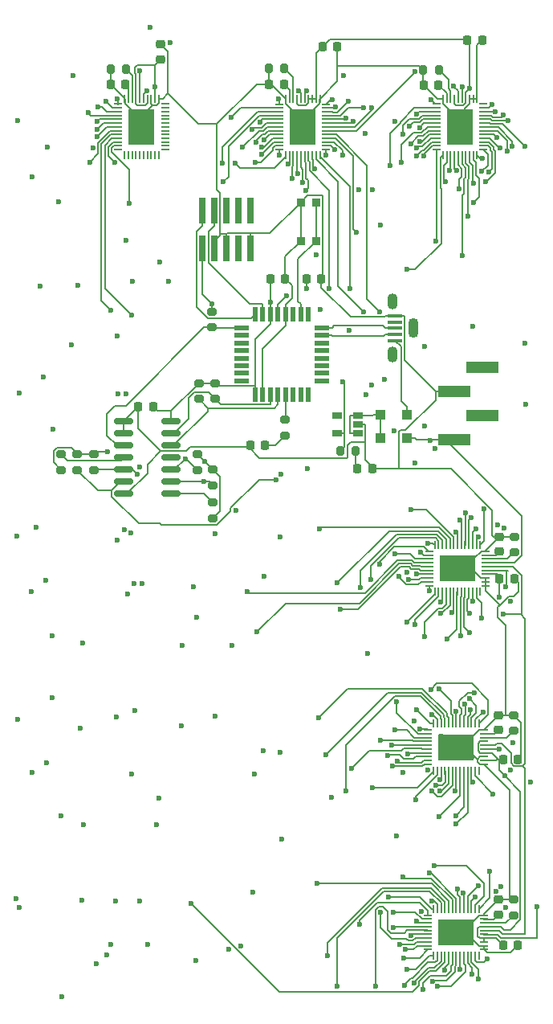
<source format=gbr>
G04 #@! TF.GenerationSoftware,KiCad,Pcbnew,7.0.5*
G04 #@! TF.CreationDate,2025-03-16T19:14:48-05:00*
G04 #@! TF.ProjectId,DSKY_led_display,44534b59-5f6c-4656-945f-646973706c61,V7*
G04 #@! TF.SameCoordinates,Original*
G04 #@! TF.FileFunction,Copper,L1,Top*
G04 #@! TF.FilePolarity,Positive*
%FSLAX46Y46*%
G04 Gerber Fmt 4.6, Leading zero omitted, Abs format (unit mm)*
G04 Created by KiCad (PCBNEW 7.0.5) date 2025-03-16 19:14:48*
%MOMM*%
%LPD*%
G01*
G04 APERTURE LIST*
G04 Aperture macros list*
%AMRoundRect*
0 Rectangle with rounded corners*
0 $1 Rounding radius*
0 $2 $3 $4 $5 $6 $7 $8 $9 X,Y pos of 4 corners*
0 Add a 4 corners polygon primitive as box body*
4,1,4,$2,$3,$4,$5,$6,$7,$8,$9,$2,$3,0*
0 Add four circle primitives for the rounded corners*
1,1,$1+$1,$2,$3*
1,1,$1+$1,$4,$5*
1,1,$1+$1,$6,$7*
1,1,$1+$1,$8,$9*
0 Add four rect primitives between the rounded corners*
20,1,$1+$1,$2,$3,$4,$5,0*
20,1,$1+$1,$4,$5,$6,$7,0*
20,1,$1+$1,$6,$7,$8,$9,0*
20,1,$1+$1,$8,$9,$2,$3,0*%
G04 Aperture macros list end*
G04 #@! TA.AperFunction,SMDPad,CuDef*
%ADD10RoundRect,0.050000X-0.050000X0.362500X-0.050000X-0.362500X0.050000X-0.362500X0.050000X0.362500X0*%
G04 #@! TD*
G04 #@! TA.AperFunction,SMDPad,CuDef*
%ADD11RoundRect,0.050000X-0.362500X0.050000X-0.362500X-0.050000X0.362500X-0.050000X0.362500X0.050000X0*%
G04 #@! TD*
G04 #@! TA.AperFunction,SMDPad,CuDef*
%ADD12R,3.800000X2.800000*%
G04 #@! TD*
G04 #@! TA.AperFunction,SMDPad,CuDef*
%ADD13RoundRect,0.050000X-0.362500X-0.050000X0.362500X-0.050000X0.362500X0.050000X-0.362500X0.050000X0*%
G04 #@! TD*
G04 #@! TA.AperFunction,SMDPad,CuDef*
%ADD14RoundRect,0.050000X-0.050000X-0.362500X0.050000X-0.362500X0.050000X0.362500X-0.050000X0.362500X0*%
G04 #@! TD*
G04 #@! TA.AperFunction,SMDPad,CuDef*
%ADD15R,2.800000X3.800000*%
G04 #@! TD*
G04 #@! TA.AperFunction,SMDPad,CuDef*
%ADD16R,1.600000X0.550000*%
G04 #@! TD*
G04 #@! TA.AperFunction,SMDPad,CuDef*
%ADD17R,0.550000X1.600000*%
G04 #@! TD*
G04 #@! TA.AperFunction,SMDPad,CuDef*
%ADD18RoundRect,0.225000X-0.225000X-0.250000X0.225000X-0.250000X0.225000X0.250000X-0.225000X0.250000X0*%
G04 #@! TD*
G04 #@! TA.AperFunction,SMDPad,CuDef*
%ADD19RoundRect,0.218750X0.218750X0.256250X-0.218750X0.256250X-0.218750X-0.256250X0.218750X-0.256250X0*%
G04 #@! TD*
G04 #@! TA.AperFunction,SMDPad,CuDef*
%ADD20RoundRect,0.218750X-0.218750X-0.256250X0.218750X-0.256250X0.218750X0.256250X-0.218750X0.256250X0*%
G04 #@! TD*
G04 #@! TA.AperFunction,SMDPad,CuDef*
%ADD21RoundRect,0.200000X-0.200000X-0.275000X0.200000X-0.275000X0.200000X0.275000X-0.200000X0.275000X0*%
G04 #@! TD*
G04 #@! TA.AperFunction,SMDPad,CuDef*
%ADD22RoundRect,0.200000X-0.275000X0.200000X-0.275000X-0.200000X0.275000X-0.200000X0.275000X0.200000X0*%
G04 #@! TD*
G04 #@! TA.AperFunction,SMDPad,CuDef*
%ADD23R,1.060000X0.650000*%
G04 #@! TD*
G04 #@! TA.AperFunction,SMDPad,CuDef*
%ADD24RoundRect,0.225000X0.250000X-0.225000X0.250000X0.225000X-0.250000X0.225000X-0.250000X-0.225000X0*%
G04 #@! TD*
G04 #@! TA.AperFunction,SMDPad,CuDef*
%ADD25R,1.500000X0.450000*%
G04 #@! TD*
G04 #@! TA.AperFunction,ComponentPad*
%ADD26O,1.100000X1.700000*%
G04 #@! TD*
G04 #@! TA.AperFunction,ComponentPad*
%ADD27O,1.100000X2.100000*%
G04 #@! TD*
G04 #@! TA.AperFunction,SMDPad,CuDef*
%ADD28RoundRect,0.200000X0.275000X-0.200000X0.275000X0.200000X-0.275000X0.200000X-0.275000X-0.200000X0*%
G04 #@! TD*
G04 #@! TA.AperFunction,SMDPad,CuDef*
%ADD29RoundRect,0.200000X0.200000X0.275000X-0.200000X0.275000X-0.200000X-0.275000X0.200000X-0.275000X0*%
G04 #@! TD*
G04 #@! TA.AperFunction,SMDPad,CuDef*
%ADD30R,0.900000X0.900000*%
G04 #@! TD*
G04 #@! TA.AperFunction,SMDPad,CuDef*
%ADD31R,0.650000X2.760000*%
G04 #@! TD*
G04 #@! TA.AperFunction,SMDPad,CuDef*
%ADD32R,0.650000X2.750000*%
G04 #@! TD*
G04 #@! TA.AperFunction,SMDPad,CuDef*
%ADD33R,3.429990X1.270000*%
G04 #@! TD*
G04 #@! TA.AperFunction,SMDPad,CuDef*
%ADD34R,1.100000X1.100000*%
G04 #@! TD*
G04 #@! TA.AperFunction,SMDPad,CuDef*
%ADD35RoundRect,0.225000X0.225000X0.250000X-0.225000X0.250000X-0.225000X-0.250000X0.225000X-0.250000X0*%
G04 #@! TD*
G04 #@! TA.AperFunction,SMDPad,CuDef*
%ADD36RoundRect,0.150000X-0.825000X-0.150000X0.825000X-0.150000X0.825000X0.150000X-0.825000X0.150000X0*%
G04 #@! TD*
G04 #@! TA.AperFunction,ViaPad*
%ADD37C,0.600000*%
G04 #@! TD*
G04 #@! TA.AperFunction,Conductor*
%ADD38C,0.200000*%
G04 #@! TD*
G04 APERTURE END LIST*
D10*
G04 #@! TO.P,U2,1,OUT0*
G04 #@! TO.N,abus0*
X87490000Y-90247500D03*
G04 #@! TO.P,U2,2,OUT1*
G04 #@! TO.N,abus1*
X87090000Y-90247500D03*
G04 #@! TO.P,U2,3,OUT2*
G04 #@! TO.N,abus2*
X86690000Y-90247500D03*
G04 #@! TO.P,U2,4,OUT3*
G04 #@! TO.N,abus3*
X86290000Y-90247500D03*
G04 #@! TO.P,U2,5,OUT4*
G04 #@! TO.N,abus4*
X85890000Y-90247500D03*
G04 #@! TO.P,U2,6,OUT5*
G04 #@! TO.N,abus5*
X85490000Y-90247500D03*
G04 #@! TO.P,U2,7,OUT6*
G04 #@! TO.N,abus6*
X85090000Y-90247500D03*
G04 #@! TO.P,U2,8,OUT7*
G04 #@! TO.N,abus7*
X84690000Y-90247500D03*
G04 #@! TO.P,U2,9,OUT8*
G04 #@! TO.N,abus8*
X84290000Y-90247500D03*
G04 #@! TO.P,U2,10,OUT9*
G04 #@! TO.N,abus9*
X83890000Y-90247500D03*
G04 #@! TO.P,U2,11,OUT10*
G04 #@! TO.N,abus10*
X83490000Y-90247500D03*
G04 #@! TO.P,U2,12,OUT11*
G04 #@! TO.N,abus11*
X83090000Y-90247500D03*
G04 #@! TO.P,U2,13,OUT12*
G04 #@! TO.N,abus12*
X82690000Y-90247500D03*
D11*
G04 #@! TO.P,U2,14,OUT13*
G04 #@! TO.N,abus13*
X82127500Y-90910000D03*
G04 #@! TO.P,U2,15,OUT14*
G04 #@! TO.N,abus14*
X82127500Y-91310000D03*
G04 #@! TO.P,U2,16,OUT15*
G04 #@! TO.N,abus15*
X82127500Y-91710000D03*
G04 #@! TO.P,U2,17,OUT16*
G04 #@! TO.N,abus16*
X82127500Y-92110000D03*
G04 #@! TO.P,U2,18,OUT17*
G04 #@! TO.N,abus17*
X82127500Y-92510000D03*
G04 #@! TO.P,U2,19,OUT18*
G04 #@! TO.N,abus18*
X82127500Y-92910000D03*
G04 #@! TO.P,U2,20,OUT19*
G04 #@! TO.N,abus19*
X82127500Y-93310000D03*
G04 #@! TO.P,U2,21,OUT20*
G04 #@! TO.N,abus20*
X82127500Y-93710000D03*
G04 #@! TO.P,U2,22,OUT21*
G04 #@! TO.N,abus21*
X82127500Y-94110000D03*
G04 #@! TO.P,U2,23,OUT22*
G04 #@! TO.N,abus22*
X82127500Y-94510000D03*
D10*
G04 #@! TO.P,U2,24,OUT23*
G04 #@! TO.N,abus23*
X82690000Y-95172500D03*
G04 #@! TO.P,U2,25,OUT24*
G04 #@! TO.N,abus24*
X83090000Y-95172500D03*
G04 #@! TO.P,U2,26,OUT25*
G04 #@! TO.N,abus25*
X83490000Y-95172500D03*
G04 #@! TO.P,U2,27,OUT26*
G04 #@! TO.N,abus26*
X83890000Y-95172500D03*
G04 #@! TO.P,U2,28,OUT27*
G04 #@! TO.N,abus27*
X84290000Y-95172500D03*
G04 #@! TO.P,U2,29,OUT28*
G04 #@! TO.N,abus28*
X84690000Y-95172500D03*
G04 #@! TO.P,U2,30,OUT29*
G04 #@! TO.N,abus29*
X85090000Y-95172500D03*
G04 #@! TO.P,U2,31,OUT30*
G04 #@! TO.N,abus30*
X85490000Y-95172500D03*
G04 #@! TO.P,U2,32,OUT31*
G04 #@! TO.N,abus31*
X85890000Y-95172500D03*
G04 #@! TO.P,U2,33,OUT32*
G04 #@! TO.N,abus32*
X86290000Y-95172500D03*
G04 #@! TO.P,U2,34,OUT33*
G04 #@! TO.N,abus33*
X86690000Y-95172500D03*
G04 #@! TO.P,U2,35,OUT34*
G04 #@! TO.N,abus34*
X87090000Y-95172500D03*
G04 #@! TO.P,U2,36,OUT35*
G04 #@! TO.N,unconnected-(U2-OUT35-Pad36)*
X87490000Y-95172500D03*
D11*
G04 #@! TO.P,U2,37,GND*
G04 #@! TO.N,GND*
X88052500Y-94510000D03*
G04 #@! TO.P,U2,38,ADDR0*
X88052500Y-94110000D03*
G04 #@! TO.P,U2,39,ADDR1*
X88052500Y-93710000D03*
G04 #@! TO.P,U2,40,VCC*
G04 #@! TO.N,VCC*
X88052500Y-93310000D03*
G04 #@! TO.P,U2,41,SDA*
G04 #@! TO.N,/SDA0*
X88052500Y-92910000D03*
G04 #@! TO.P,U2,42,SCL*
G04 #@! TO.N,/SCL0*
X88052500Y-92510000D03*
G04 #@! TO.P,U2,43,EN*
G04 #@! TO.N,VCC*
X88052500Y-92110000D03*
G04 #@! TO.P,U2,44,IREF*
G04 #@! TO.N,Net-(U2-IREF)*
X88052500Y-91710000D03*
G04 #@! TO.P,U2,45,VCAP*
G04 #@! TO.N,Net-(U2-VCAP)*
X88052500Y-91310000D03*
G04 #@! TO.P,U2,46,GND*
G04 #@! TO.N,GND*
X88052500Y-90910000D03*
D12*
G04 #@! TO.P,U2,47,GND*
X85090000Y-92710000D03*
G04 #@! TD*
D10*
G04 #@! TO.P,U3,1,OUT0*
G04 #@! TO.N,cbus0*
X87363000Y-128580900D03*
G04 #@! TO.P,U3,2,OUT1*
G04 #@! TO.N,cbus1*
X86963000Y-128580900D03*
G04 #@! TO.P,U3,3,OUT2*
G04 #@! TO.N,cbus2*
X86563000Y-128580900D03*
G04 #@! TO.P,U3,4,OUT3*
G04 #@! TO.N,cbus3*
X86163000Y-128580900D03*
G04 #@! TO.P,U3,5,OUT4*
G04 #@! TO.N,cbus4*
X85763000Y-128580900D03*
G04 #@! TO.P,U3,6,OUT5*
G04 #@! TO.N,cbus5*
X85363000Y-128580900D03*
G04 #@! TO.P,U3,7,OUT6*
G04 #@! TO.N,cbus6*
X84963000Y-128580900D03*
G04 #@! TO.P,U3,8,OUT7*
G04 #@! TO.N,cbus7*
X84563000Y-128580900D03*
G04 #@! TO.P,U3,9,OUT8*
G04 #@! TO.N,cbus8*
X84163000Y-128580900D03*
G04 #@! TO.P,U3,10,OUT9*
G04 #@! TO.N,cbus9*
X83763000Y-128580900D03*
G04 #@! TO.P,U3,11,OUT10*
G04 #@! TO.N,cbus10*
X83363000Y-128580900D03*
G04 #@! TO.P,U3,12,OUT11*
G04 #@! TO.N,cbus11*
X82963000Y-128580900D03*
G04 #@! TO.P,U3,13,OUT12*
G04 #@! TO.N,cbus12*
X82563000Y-128580900D03*
D11*
G04 #@! TO.P,U3,14,OUT13*
G04 #@! TO.N,cbus13*
X82000500Y-129243400D03*
G04 #@! TO.P,U3,15,OUT14*
G04 #@! TO.N,cbus14*
X82000500Y-129643400D03*
G04 #@! TO.P,U3,16,OUT15*
G04 #@! TO.N,cbus15*
X82000500Y-130043400D03*
G04 #@! TO.P,U3,17,OUT16*
G04 #@! TO.N,cbus16*
X82000500Y-130443400D03*
G04 #@! TO.P,U3,18,OUT17*
G04 #@! TO.N,cbus17*
X82000500Y-130843400D03*
G04 #@! TO.P,U3,19,OUT18*
G04 #@! TO.N,cbus18*
X82000500Y-131243400D03*
G04 #@! TO.P,U3,20,OUT19*
G04 #@! TO.N,cbus19*
X82000500Y-131643400D03*
G04 #@! TO.P,U3,21,OUT20*
G04 #@! TO.N,cbus20*
X82000500Y-132043400D03*
G04 #@! TO.P,U3,22,OUT21*
G04 #@! TO.N,cbus21*
X82000500Y-132443400D03*
G04 #@! TO.P,U3,23,OUT22*
G04 #@! TO.N,cbus22*
X82000500Y-132843400D03*
D10*
G04 #@! TO.P,U3,24,OUT23*
G04 #@! TO.N,cbus23*
X82563000Y-133505900D03*
G04 #@! TO.P,U3,25,OUT24*
G04 #@! TO.N,cbus24*
X82963000Y-133505900D03*
G04 #@! TO.P,U3,26,OUT25*
G04 #@! TO.N,cbus25*
X83363000Y-133505900D03*
G04 #@! TO.P,U3,27,OUT26*
G04 #@! TO.N,cbus26*
X83763000Y-133505900D03*
G04 #@! TO.P,U3,28,OUT27*
G04 #@! TO.N,cbus27*
X84163000Y-133505900D03*
G04 #@! TO.P,U3,29,OUT28*
G04 #@! TO.N,cbus28*
X84563000Y-133505900D03*
G04 #@! TO.P,U3,30,OUT29*
G04 #@! TO.N,cbus29*
X84963000Y-133505900D03*
G04 #@! TO.P,U3,31,OUT30*
G04 #@! TO.N,cbus30*
X85363000Y-133505900D03*
G04 #@! TO.P,U3,32,OUT31*
G04 #@! TO.N,cbus31*
X85763000Y-133505900D03*
G04 #@! TO.P,U3,33,OUT32*
G04 #@! TO.N,cbus32*
X86163000Y-133505900D03*
G04 #@! TO.P,U3,34,OUT33*
G04 #@! TO.N,cbus33*
X86563000Y-133505900D03*
G04 #@! TO.P,U3,35,OUT34*
G04 #@! TO.N,cbus34*
X86963000Y-133505900D03*
G04 #@! TO.P,U3,36,OUT35*
G04 #@! TO.N,unconnected-(U3-OUT35-Pad36)*
X87363000Y-133505900D03*
D11*
G04 #@! TO.P,U3,37,GND*
G04 #@! TO.N,GND*
X87925500Y-132843400D03*
G04 #@! TO.P,U3,38,ADDR0*
X87925500Y-132443400D03*
G04 #@! TO.P,U3,39,ADDR1*
G04 #@! TO.N,VCC*
X87925500Y-132043400D03*
G04 #@! TO.P,U3,40,VCC*
X87925500Y-131643400D03*
G04 #@! TO.P,U3,41,SDA*
G04 #@! TO.N,/SDA0*
X87925500Y-131243400D03*
G04 #@! TO.P,U3,42,SCL*
G04 #@! TO.N,/SCL0*
X87925500Y-130843400D03*
G04 #@! TO.P,U3,43,EN*
G04 #@! TO.N,VCC*
X87925500Y-130443400D03*
G04 #@! TO.P,U3,44,IREF*
G04 #@! TO.N,Net-(U3-IREF)*
X87925500Y-130043400D03*
G04 #@! TO.P,U3,45,VCAP*
G04 #@! TO.N,Net-(U3-VCAP)*
X87925500Y-129643400D03*
G04 #@! TO.P,U3,46,GND*
G04 #@! TO.N,GND*
X87925500Y-129243400D03*
D12*
G04 #@! TO.P,U3,47,GND*
X84963000Y-131043400D03*
G04 #@! TD*
D10*
G04 #@! TO.P,U4,1,OUT0*
G04 #@! TO.N,bbus0*
X87363000Y-109068500D03*
G04 #@! TO.P,U4,2,OUT1*
G04 #@! TO.N,bbus1*
X86963000Y-109068500D03*
G04 #@! TO.P,U4,3,OUT2*
G04 #@! TO.N,bbus2*
X86563000Y-109068500D03*
G04 #@! TO.P,U4,4,OUT3*
G04 #@! TO.N,bbus3*
X86163000Y-109068500D03*
G04 #@! TO.P,U4,5,OUT4*
G04 #@! TO.N,bbus4*
X85763000Y-109068500D03*
G04 #@! TO.P,U4,6,OUT5*
G04 #@! TO.N,bbus5*
X85363000Y-109068500D03*
G04 #@! TO.P,U4,7,OUT6*
G04 #@! TO.N,bbus6*
X84963000Y-109068500D03*
G04 #@! TO.P,U4,8,OUT7*
G04 #@! TO.N,bbus7*
X84563000Y-109068500D03*
G04 #@! TO.P,U4,9,OUT8*
G04 #@! TO.N,bbus8*
X84163000Y-109068500D03*
G04 #@! TO.P,U4,10,OUT9*
G04 #@! TO.N,bbus9*
X83763000Y-109068500D03*
G04 #@! TO.P,U4,11,OUT10*
G04 #@! TO.N,bbus10*
X83363000Y-109068500D03*
G04 #@! TO.P,U4,12,OUT11*
G04 #@! TO.N,bbus11*
X82963000Y-109068500D03*
G04 #@! TO.P,U4,13,OUT12*
G04 #@! TO.N,bbus12*
X82563000Y-109068500D03*
D11*
G04 #@! TO.P,U4,14,OUT13*
G04 #@! TO.N,bbus13*
X82000500Y-109731000D03*
G04 #@! TO.P,U4,15,OUT14*
G04 #@! TO.N,bbus14*
X82000500Y-110131000D03*
G04 #@! TO.P,U4,16,OUT15*
G04 #@! TO.N,bbus15*
X82000500Y-110531000D03*
G04 #@! TO.P,U4,17,OUT16*
G04 #@! TO.N,bbus16*
X82000500Y-110931000D03*
G04 #@! TO.P,U4,18,OUT17*
G04 #@! TO.N,bbus17*
X82000500Y-111331000D03*
G04 #@! TO.P,U4,19,OUT18*
G04 #@! TO.N,bbus18*
X82000500Y-111731000D03*
G04 #@! TO.P,U4,20,OUT19*
G04 #@! TO.N,bbus19*
X82000500Y-112131000D03*
G04 #@! TO.P,U4,21,OUT20*
G04 #@! TO.N,bbus20*
X82000500Y-112531000D03*
G04 #@! TO.P,U4,22,OUT21*
G04 #@! TO.N,bbus21*
X82000500Y-112931000D03*
G04 #@! TO.P,U4,23,OUT22*
G04 #@! TO.N,bbus22*
X82000500Y-113331000D03*
D10*
G04 #@! TO.P,U4,24,OUT23*
G04 #@! TO.N,bbus23*
X82563000Y-113993500D03*
G04 #@! TO.P,U4,25,OUT24*
G04 #@! TO.N,bbus24*
X82963000Y-113993500D03*
G04 #@! TO.P,U4,26,OUT25*
G04 #@! TO.N,bbus25*
X83363000Y-113993500D03*
G04 #@! TO.P,U4,27,OUT26*
G04 #@! TO.N,bbus26*
X83763000Y-113993500D03*
G04 #@! TO.P,U4,28,OUT27*
G04 #@! TO.N,bbus27*
X84163000Y-113993500D03*
G04 #@! TO.P,U4,29,OUT28*
G04 #@! TO.N,bbus28*
X84563000Y-113993500D03*
G04 #@! TO.P,U4,30,OUT29*
G04 #@! TO.N,bbus29*
X84963000Y-113993500D03*
G04 #@! TO.P,U4,31,OUT30*
G04 #@! TO.N,bbus30*
X85363000Y-113993500D03*
G04 #@! TO.P,U4,32,OUT31*
G04 #@! TO.N,bbus31*
X85763000Y-113993500D03*
G04 #@! TO.P,U4,33,OUT32*
G04 #@! TO.N,bbus32*
X86163000Y-113993500D03*
G04 #@! TO.P,U4,34,OUT33*
G04 #@! TO.N,bbus33*
X86563000Y-113993500D03*
G04 #@! TO.P,U4,35,OUT34*
G04 #@! TO.N,bbus34*
X86963000Y-113993500D03*
G04 #@! TO.P,U4,36,OUT35*
G04 #@! TO.N,unconnected-(U4-OUT35-Pad36)*
X87363000Y-113993500D03*
D11*
G04 #@! TO.P,U4,37,GND*
G04 #@! TO.N,GND*
X87925500Y-113331000D03*
G04 #@! TO.P,U4,38,ADDR0*
G04 #@! TO.N,VCC*
X87925500Y-112931000D03*
G04 #@! TO.P,U4,39,ADDR1*
G04 #@! TO.N,GND*
X87925500Y-112531000D03*
G04 #@! TO.P,U4,40,VCC*
G04 #@! TO.N,VCC*
X87925500Y-112131000D03*
G04 #@! TO.P,U4,41,SDA*
G04 #@! TO.N,/SDA0*
X87925500Y-111731000D03*
G04 #@! TO.P,U4,42,SCL*
G04 #@! TO.N,/SCL0*
X87925500Y-111331000D03*
G04 #@! TO.P,U4,43,EN*
G04 #@! TO.N,VCC*
X87925500Y-110931000D03*
G04 #@! TO.P,U4,44,IREF*
G04 #@! TO.N,Net-(U4-IREF)*
X87925500Y-110531000D03*
G04 #@! TO.P,U4,45,VCAP*
G04 #@! TO.N,Net-(U4-VCAP)*
X87925500Y-110131000D03*
G04 #@! TO.P,U4,46,GND*
G04 #@! TO.N,GND*
X87925500Y-109731000D03*
D12*
G04 #@! TO.P,U4,47,GND*
X84963000Y-111531000D03*
G04 #@! TD*
D13*
G04 #@! TO.P,U5,1,OUT0*
G04 #@! TO.N,dbus0*
X66312500Y-43793000D03*
G04 #@! TO.P,U5,2,OUT1*
G04 #@! TO.N,dbus1*
X66312500Y-44193000D03*
G04 #@! TO.P,U5,3,OUT2*
G04 #@! TO.N,dbus2*
X66312500Y-44593000D03*
G04 #@! TO.P,U5,4,OUT3*
G04 #@! TO.N,dbus3*
X66312500Y-44993000D03*
G04 #@! TO.P,U5,5,OUT4*
G04 #@! TO.N,dbus4*
X66312500Y-45393000D03*
G04 #@! TO.P,U5,6,OUT5*
G04 #@! TO.N,dbus5*
X66312500Y-45793000D03*
G04 #@! TO.P,U5,7,OUT6*
G04 #@! TO.N,dbus6*
X66312500Y-46193000D03*
G04 #@! TO.P,U5,8,OUT7*
G04 #@! TO.N,dbus7*
X66312500Y-46593000D03*
G04 #@! TO.P,U5,9,OUT8*
G04 #@! TO.N,dbus8*
X66312500Y-46993000D03*
G04 #@! TO.P,U5,10,OUT9*
G04 #@! TO.N,dbus9*
X66312500Y-47393000D03*
G04 #@! TO.P,U5,11,OUT10*
G04 #@! TO.N,dbus10*
X66312500Y-47793000D03*
G04 #@! TO.P,U5,12,OUT11*
G04 #@! TO.N,dbus11*
X66312500Y-48193000D03*
G04 #@! TO.P,U5,13,OUT12*
G04 #@! TO.N,dbus12*
X66312500Y-48593000D03*
D14*
G04 #@! TO.P,U5,14,OUT13*
G04 #@! TO.N,dbus13*
X66975000Y-49155500D03*
G04 #@! TO.P,U5,15,OUT14*
G04 #@! TO.N,ebus0*
X67375000Y-49155500D03*
G04 #@! TO.P,U5,16,OUT15*
G04 #@! TO.N,ebus1*
X67775000Y-49155500D03*
G04 #@! TO.P,U5,17,OUT16*
G04 #@! TO.N,ebus2*
X68175000Y-49155500D03*
G04 #@! TO.P,U5,18,OUT17*
G04 #@! TO.N,ebus3*
X68575000Y-49155500D03*
G04 #@! TO.P,U5,19,OUT18*
G04 #@! TO.N,ebus4*
X68975000Y-49155500D03*
G04 #@! TO.P,U5,20,OUT19*
G04 #@! TO.N,ebus5*
X69375000Y-49155500D03*
G04 #@! TO.P,U5,21,OUT20*
G04 #@! TO.N,ebus6*
X69775000Y-49155500D03*
G04 #@! TO.P,U5,22,OUT21*
G04 #@! TO.N,ebus7*
X70175000Y-49155500D03*
G04 #@! TO.P,U5,23,OUT22*
G04 #@! TO.N,ebus8*
X70575000Y-49155500D03*
D13*
G04 #@! TO.P,U5,24,OUT23*
G04 #@! TO.N,ebus9*
X71237500Y-48593000D03*
G04 #@! TO.P,U5,25,OUT24*
G04 #@! TO.N,ebus10*
X71237500Y-48193000D03*
G04 #@! TO.P,U5,26,OUT25*
G04 #@! TO.N,ebus11*
X71237500Y-47793000D03*
G04 #@! TO.P,U5,27,OUT26*
G04 #@! TO.N,ebus12*
X71237500Y-47393000D03*
G04 #@! TO.P,U5,28,OUT27*
G04 #@! TO.N,ebus13*
X71237500Y-46993000D03*
G04 #@! TO.P,U5,29,OUT28*
G04 #@! TO.N,g0bus0*
X71237500Y-46593000D03*
G04 #@! TO.P,U5,30,OUT29*
G04 #@! TO.N,g0bus1*
X71237500Y-46193000D03*
G04 #@! TO.P,U5,31,OUT30*
G04 #@! TO.N,g0bus2*
X71237500Y-45793000D03*
G04 #@! TO.P,U5,32,OUT31*
G04 #@! TO.N,g0bus3*
X71237500Y-45393000D03*
G04 #@! TO.P,U5,33,OUT32*
G04 #@! TO.N,g0bus4*
X71237500Y-44993000D03*
G04 #@! TO.P,U5,34,OUT33*
G04 #@! TO.N,g0bus5*
X71237500Y-44593000D03*
G04 #@! TO.P,U5,35,OUT34*
G04 #@! TO.N,g0bus6*
X71237500Y-44193000D03*
G04 #@! TO.P,U5,36,OUT35*
G04 #@! TO.N,g0bus7*
X71237500Y-43793000D03*
D14*
G04 #@! TO.P,U5,37,GND*
G04 #@! TO.N,GND*
X70575000Y-43230500D03*
G04 #@! TO.P,U5,38,ADDR0*
G04 #@! TO.N,VCC*
X70175000Y-43230500D03*
G04 #@! TO.P,U5,39,ADDR1*
X69775000Y-43230500D03*
G04 #@! TO.P,U5,40,VCC*
X69375000Y-43230500D03*
G04 #@! TO.P,U5,41,SDA*
G04 #@! TO.N,/SDA0*
X68975000Y-43230500D03*
G04 #@! TO.P,U5,42,SCL*
G04 #@! TO.N,/SCL0*
X68575000Y-43230500D03*
G04 #@! TO.P,U5,43,EN*
G04 #@! TO.N,VCC*
X68175000Y-43230500D03*
G04 #@! TO.P,U5,44,IREF*
G04 #@! TO.N,Net-(U5-IREF)*
X67775000Y-43230500D03*
G04 #@! TO.P,U5,45,VCAP*
G04 #@! TO.N,Net-(U5-VCAP)*
X67375000Y-43230500D03*
G04 #@! TO.P,U5,46,GND*
G04 #@! TO.N,GND*
X66975000Y-43230500D03*
D15*
G04 #@! TO.P,U5,47,GND*
X68775000Y-46193000D03*
G04 #@! TD*
D16*
G04 #@! TO.P,U6,1,PA00*
G04 #@! TO.N,/BRESET*
X62298000Y-67354800D03*
G04 #@! TO.P,U6,2,PA01*
G04 #@! TO.N,unconnected-(U6-PA01-Pad2)*
X62298000Y-68154800D03*
G04 #@! TO.P,U6,3,PA02*
G04 #@! TO.N,unconnected-(U6-PA02-Pad3)*
X62298000Y-68954800D03*
G04 #@! TO.P,U6,4,PA03*
G04 #@! TO.N,unconnected-(U6-PA03-Pad4)*
X62298000Y-69754800D03*
G04 #@! TO.P,U6,5,PA04*
G04 #@! TO.N,unconnected-(U6-PA04-Pad5)*
X62298000Y-70554800D03*
G04 #@! TO.P,U6,6,PA05*
G04 #@! TO.N,unconnected-(U6-PA05-Pad6)*
X62298000Y-71354800D03*
G04 #@! TO.P,U6,7,PA06*
G04 #@! TO.N,unconnected-(U6-PA06-Pad7)*
X62298000Y-72154800D03*
G04 #@! TO.P,U6,8,PA07*
G04 #@! TO.N,unconnected-(U6-PA07-Pad8)*
X62298000Y-72954800D03*
D17*
G04 #@! TO.P,U6,9,VDDANA*
G04 #@! TO.N,+3V3*
X63748000Y-74404800D03*
G04 #@! TO.P,U6,10,GND*
G04 #@! TO.N,GND*
X64548000Y-74404800D03*
G04 #@! TO.P,U6,11,PA08*
G04 #@! TO.N,/3SDA*
X65348000Y-74404800D03*
G04 #@! TO.P,U6,12,PA09*
G04 #@! TO.N,/3SCL*
X66148000Y-74404800D03*
G04 #@! TO.P,U6,13,PA10*
G04 #@! TO.N,Net-(U6-PA10)*
X66948000Y-74404800D03*
G04 #@! TO.P,U6,14,PA11*
G04 #@! TO.N,unconnected-(U6-PA11-Pad14)*
X67748000Y-74404800D03*
G04 #@! TO.P,U6,15,PA14*
G04 #@! TO.N,unconnected-(U6-PA14-Pad15)*
X68548000Y-74404800D03*
G04 #@! TO.P,U6,16,PA15*
G04 #@! TO.N,unconnected-(U6-PA15-Pad16)*
X69348000Y-74404800D03*
D16*
G04 #@! TO.P,U6,17,PA16*
G04 #@! TO.N,unconnected-(U6-PA16-Pad17)*
X70798000Y-72954800D03*
G04 #@! TO.P,U6,18,PA17*
G04 #@! TO.N,unconnected-(U6-PA17-Pad18)*
X70798000Y-72154800D03*
G04 #@! TO.P,U6,19,PA18*
G04 #@! TO.N,unconnected-(U6-PA18-Pad19)*
X70798000Y-71354800D03*
G04 #@! TO.P,U6,20,PA19*
G04 #@! TO.N,unconnected-(U6-PA19-Pad20)*
X70798000Y-70554800D03*
G04 #@! TO.P,U6,21,PA22*
G04 #@! TO.N,unconnected-(U6-PA22-Pad21)*
X70798000Y-69754800D03*
G04 #@! TO.P,U6,22,PA23*
G04 #@! TO.N,unconnected-(U6-PA23-Pad22)*
X70798000Y-68954800D03*
G04 #@! TO.P,U6,23,PA24*
G04 #@! TO.N,/D-*
X70798000Y-68154800D03*
G04 #@! TO.P,U6,24,PA25*
G04 #@! TO.N,/D+*
X70798000Y-67354800D03*
D17*
G04 #@! TO.P,U6,25,PA27*
G04 #@! TO.N,unconnected-(U6-PA27-Pad25)*
X69348000Y-65904800D03*
G04 #@! TO.P,U6,26,~{RESET}*
G04 #@! TO.N,Net-(SW1-S)*
X68548000Y-65904800D03*
G04 #@! TO.P,U6,27,PA28*
G04 #@! TO.N,unconnected-(U6-PA28-Pad27)*
X67748000Y-65904800D03*
G04 #@! TO.P,U6,28,GND*
G04 #@! TO.N,GND*
X66948000Y-65904800D03*
G04 #@! TO.P,U6,29,VDDCORE*
G04 #@! TO.N,Net-(U6-VDDCORE)*
X66148000Y-65904800D03*
G04 #@! TO.P,U6,30,VDDIN*
G04 #@! TO.N,+3V3*
X65348000Y-65904800D03*
G04 #@! TO.P,U6,31,PA30*
G04 #@! TO.N,/SWCLK*
X64548000Y-65904800D03*
G04 #@! TO.P,U6,32,PA31*
G04 #@! TO.N,/SWDIO*
X63748000Y-65904800D03*
G04 #@! TD*
D13*
G04 #@! TO.P,U7,1,OUT0*
G04 #@! TO.N,g5bus0*
X49312500Y-43787700D03*
G04 #@! TO.P,U7,2,OUT1*
G04 #@! TO.N,g5bus1*
X49312500Y-44187700D03*
G04 #@! TO.P,U7,3,OUT2*
G04 #@! TO.N,g5bus2*
X49312500Y-44587700D03*
G04 #@! TO.P,U7,4,OUT3*
G04 #@! TO.N,g5bus3*
X49312500Y-44987700D03*
G04 #@! TO.P,U7,5,OUT4*
G04 #@! TO.N,g6bus0*
X49312500Y-45387700D03*
G04 #@! TO.P,U7,6,OUT5*
G04 #@! TO.N,g6bus1*
X49312500Y-45787700D03*
G04 #@! TO.P,U7,7,OUT6*
G04 #@! TO.N,g6bus2*
X49312500Y-46187700D03*
G04 #@! TO.P,U7,8,OUT7*
G04 #@! TO.N,g6bus3*
X49312500Y-46587700D03*
G04 #@! TO.P,U7,9,OUT8*
G04 #@! TO.N,g4bus0*
X49312500Y-46987700D03*
G04 #@! TO.P,U7,10,OUT9*
G04 #@! TO.N,g4bus1*
X49312500Y-47387700D03*
G04 #@! TO.P,U7,11,OUT10*
G04 #@! TO.N,g4bus2*
X49312500Y-47787700D03*
G04 #@! TO.P,U7,12,OUT11*
G04 #@! TO.N,g4bus3*
X49312500Y-48187700D03*
G04 #@! TO.P,U7,13,OUT12*
G04 #@! TO.N,unconnected-(U7-OUT12-Pad13)*
X49312500Y-48587700D03*
D14*
G04 #@! TO.P,U7,14,OUT13*
G04 #@! TO.N,unconnected-(U7-OUT13-Pad14)*
X49975000Y-49150200D03*
G04 #@! TO.P,U7,15,OUT14*
G04 #@! TO.N,unconnected-(U7-OUT14-Pad15)*
X50375000Y-49150200D03*
G04 #@! TO.P,U7,16,OUT15*
G04 #@! TO.N,unconnected-(U7-OUT15-Pad16)*
X50775000Y-49150200D03*
G04 #@! TO.P,U7,17,OUT16*
G04 #@! TO.N,unconnected-(U7-OUT16-Pad17)*
X51175000Y-49150200D03*
G04 #@! TO.P,U7,18,OUT17*
G04 #@! TO.N,unconnected-(U7-OUT17-Pad18)*
X51575000Y-49150200D03*
G04 #@! TO.P,U7,19,OUT18*
G04 #@! TO.N,unconnected-(U7-OUT18-Pad19)*
X51975000Y-49150200D03*
G04 #@! TO.P,U7,20,OUT19*
G04 #@! TO.N,unconnected-(U7-OUT19-Pad20)*
X52375000Y-49150200D03*
G04 #@! TO.P,U7,21,OUT20*
G04 #@! TO.N,unconnected-(U7-OUT20-Pad21)*
X52775000Y-49150200D03*
G04 #@! TO.P,U7,22,OUT21*
G04 #@! TO.N,unconnected-(U7-OUT21-Pad22)*
X53175000Y-49150200D03*
G04 #@! TO.P,U7,23,OUT22*
G04 #@! TO.N,unconnected-(U7-OUT22-Pad23)*
X53575000Y-49150200D03*
D13*
G04 #@! TO.P,U7,24,OUT23*
G04 #@! TO.N,unconnected-(U7-OUT23-Pad24)*
X54237500Y-48587700D03*
G04 #@! TO.P,U7,25,OUT24*
G04 #@! TO.N,unconnected-(U7-OUT24-Pad25)*
X54237500Y-48187700D03*
G04 #@! TO.P,U7,26,OUT25*
G04 #@! TO.N,unconnected-(U7-OUT25-Pad26)*
X54237500Y-47787700D03*
G04 #@! TO.P,U7,27,OUT26*
G04 #@! TO.N,unconnected-(U7-OUT26-Pad27)*
X54237500Y-47387700D03*
G04 #@! TO.P,U7,28,OUT27*
G04 #@! TO.N,unconnected-(U7-OUT27-Pad28)*
X54237500Y-46987700D03*
G04 #@! TO.P,U7,29,OUT28*
G04 #@! TO.N,unconnected-(U7-OUT28-Pad29)*
X54237500Y-46587700D03*
G04 #@! TO.P,U7,30,OUT29*
G04 #@! TO.N,unconnected-(U7-OUT29-Pad30)*
X54237500Y-46187700D03*
G04 #@! TO.P,U7,31,OUT30*
G04 #@! TO.N,unconnected-(U7-OUT30-Pad31)*
X54237500Y-45787700D03*
G04 #@! TO.P,U7,32,OUT31*
G04 #@! TO.N,unconnected-(U7-OUT31-Pad32)*
X54237500Y-45387700D03*
G04 #@! TO.P,U7,33,OUT32*
G04 #@! TO.N,unconnected-(U7-OUT32-Pad33)*
X54237500Y-44987700D03*
G04 #@! TO.P,U7,34,OUT33*
G04 #@! TO.N,unconnected-(U7-OUT33-Pad34)*
X54237500Y-44587700D03*
G04 #@! TO.P,U7,35,OUT34*
G04 #@! TO.N,unconnected-(U7-OUT34-Pad35)*
X54237500Y-44187700D03*
G04 #@! TO.P,U7,36,OUT35*
G04 #@! TO.N,unconnected-(U7-OUT35-Pad36)*
X54237500Y-43787700D03*
D14*
G04 #@! TO.P,U7,37,GND*
G04 #@! TO.N,GND*
X53575000Y-43225200D03*
G04 #@! TO.P,U7,38,ADDR0*
G04 #@! TO.N,VCC*
X53175000Y-43225200D03*
G04 #@! TO.P,U7,39,ADDR1*
G04 #@! TO.N,GND*
X52775000Y-43225200D03*
G04 #@! TO.P,U7,40,VCC*
G04 #@! TO.N,VCC*
X52375000Y-43225200D03*
G04 #@! TO.P,U7,41,SDA*
G04 #@! TO.N,/SDA1*
X51975000Y-43225200D03*
G04 #@! TO.P,U7,42,SCL*
G04 #@! TO.N,/SCL1*
X51575000Y-43225200D03*
G04 #@! TO.P,U7,43,EN*
G04 #@! TO.N,VCC*
X51175000Y-43225200D03*
G04 #@! TO.P,U7,44,IREF*
G04 #@! TO.N,Net-(U7-IREF)*
X50775000Y-43225200D03*
G04 #@! TO.P,U7,45,VCAP*
G04 #@! TO.N,Net-(U7-VCAP)*
X50375000Y-43225200D03*
G04 #@! TO.P,U7,46,GND*
G04 #@! TO.N,GND*
X49975000Y-43225200D03*
D15*
G04 #@! TO.P,U7,47,GND*
X51775000Y-46187700D03*
G04 #@! TD*
D18*
G04 #@! TO.P,C1,1*
G04 #@! TO.N,VCC*
X89925000Y-132400000D03*
G04 #@! TO.P,C1,2*
G04 #@! TO.N,GND*
X91475000Y-132400000D03*
G04 #@! TD*
G04 #@! TO.P,C2,1*
G04 #@! TO.N,VCC*
X70850000Y-37700000D03*
G04 #@! TO.P,C2,2*
G04 #@! TO.N,GND*
X72400000Y-37700000D03*
G04 #@! TD*
D19*
G04 #@! TO.P,D1,1,K*
G04 #@! TO.N,GND*
X76123900Y-82194400D03*
G04 #@! TO.P,D1,2,A*
G04 #@! TO.N,Net-(D1-A)*
X74548900Y-82194400D03*
G04 #@! TD*
D20*
G04 #@! TO.P,D2,1,K*
G04 #@! TO.N,GND*
X63220500Y-79756000D03*
G04 #@! TO.P,D2,2,A*
G04 #@! TO.N,Net-(D2-A)*
X64795500Y-79756000D03*
G04 #@! TD*
D21*
G04 #@! TO.P,R4,1*
G04 #@! TO.N,+3V3*
X72694800Y-80314800D03*
G04 #@! TO.P,R4,2*
G04 #@! TO.N,Net-(D1-A)*
X74344800Y-80314800D03*
G04 #@! TD*
D22*
G04 #@! TO.P,R5,1*
G04 #@! TO.N,Net-(U6-PA10)*
X66903600Y-77051400D03*
G04 #@! TO.P,R5,2*
G04 #@! TO.N,Net-(D2-A)*
X66903600Y-78701400D03*
G04 #@! TD*
D23*
G04 #@! TO.P,U1,1,VIN*
G04 #@! TO.N,Net-(D191-K)*
X74556800Y-78470800D03*
G04 #@! TO.P,U1,2,GND*
G04 #@! TO.N,GND*
X74556800Y-77520800D03*
G04 #@! TO.P,U1,3,EN*
G04 #@! TO.N,Net-(D191-K)*
X74556800Y-76570800D03*
G04 #@! TO.P,U1,4,NC*
G04 #@! TO.N,unconnected-(U1-NC-Pad4)*
X72356800Y-76570800D03*
G04 #@! TO.P,U1,5,VOUT*
G04 #@! TO.N,+3V3*
X72356800Y-78470800D03*
G04 #@! TD*
D13*
G04 #@! TO.P,U8,1,OUT0*
G04 #@! TO.N,fbus0*
X82902500Y-43788800D03*
G04 #@! TO.P,U8,2,OUT1*
G04 #@! TO.N,fbus1*
X82902500Y-44188800D03*
G04 #@! TO.P,U8,3,OUT2*
G04 #@! TO.N,fbus2*
X82902500Y-44588800D03*
G04 #@! TO.P,U8,4,OUT3*
G04 #@! TO.N,fbus3*
X82902500Y-44988800D03*
G04 #@! TO.P,U8,5,OUT4*
G04 #@! TO.N,fbus4*
X82902500Y-45388800D03*
G04 #@! TO.P,U8,6,OUT5*
G04 #@! TO.N,fbus5*
X82902500Y-45788800D03*
G04 #@! TO.P,U8,7,OUT6*
G04 #@! TO.N,fbus6*
X82902500Y-46188800D03*
G04 #@! TO.P,U8,8,OUT7*
G04 #@! TO.N,fbus7*
X82902500Y-46588800D03*
G04 #@! TO.P,U8,9,OUT8*
G04 #@! TO.N,fbus8*
X82902500Y-46988800D03*
G04 #@! TO.P,U8,10,OUT9*
G04 #@! TO.N,fbus9*
X82902500Y-47388800D03*
G04 #@! TO.P,U8,11,OUT10*
G04 #@! TO.N,fbus10*
X82902500Y-47788800D03*
G04 #@! TO.P,U8,12,OUT11*
G04 #@! TO.N,fbus11*
X82902500Y-48188800D03*
G04 #@! TO.P,U8,13,OUT12*
G04 #@! TO.N,fbus12*
X82902500Y-48588800D03*
D14*
G04 #@! TO.P,U8,14,OUT13*
G04 #@! TO.N,fbus13*
X83565000Y-49151300D03*
G04 #@! TO.P,U8,15,OUT14*
G04 #@! TO.N,g1bus0*
X83965000Y-49151300D03*
G04 #@! TO.P,U8,16,OUT15*
G04 #@! TO.N,g1bus1*
X84365000Y-49151300D03*
G04 #@! TO.P,U8,17,OUT16*
G04 #@! TO.N,g1bus2*
X84765000Y-49151300D03*
G04 #@! TO.P,U8,18,OUT17*
G04 #@! TO.N,g1bus3*
X85165000Y-49151300D03*
G04 #@! TO.P,U8,19,OUT18*
G04 #@! TO.N,g2bus0*
X85565000Y-49151300D03*
G04 #@! TO.P,U8,20,OUT19*
G04 #@! TO.N,g2bus1*
X85965000Y-49151300D03*
G04 #@! TO.P,U8,21,OUT20*
G04 #@! TO.N,g2bus2*
X86365000Y-49151300D03*
G04 #@! TO.P,U8,22,OUT21*
G04 #@! TO.N,g2bus3*
X86765000Y-49151300D03*
G04 #@! TO.P,U8,23,OUT22*
G04 #@! TO.N,g3bus0*
X87165000Y-49151300D03*
D13*
G04 #@! TO.P,U8,24,OUT23*
G04 #@! TO.N,g3bus1*
X87827500Y-48588800D03*
G04 #@! TO.P,U8,25,OUT24*
G04 #@! TO.N,g3bus2*
X87827500Y-48188800D03*
G04 #@! TO.P,U8,26,OUT25*
G04 #@! TO.N,g3bus3*
X87827500Y-47788800D03*
G04 #@! TO.P,U8,27,OUT26*
G04 #@! TO.N,/sabus0*
X87827500Y-47388800D03*
G04 #@! TO.P,U8,28,OUT27*
G04 #@! TO.N,/sabus1*
X87827500Y-46988800D03*
G04 #@! TO.P,U8,29,OUT28*
G04 #@! TO.N,/sabus2*
X87827500Y-46588800D03*
G04 #@! TO.P,U8,30,OUT29*
G04 #@! TO.N,/sbbus0*
X87827500Y-46188800D03*
G04 #@! TO.P,U8,31,OUT30*
G04 #@! TO.N,/sbbus1*
X87827500Y-45788800D03*
G04 #@! TO.P,U8,32,OUT31*
G04 #@! TO.N,/sbbus2*
X87827500Y-45388800D03*
G04 #@! TO.P,U8,33,OUT32*
G04 #@! TO.N,/scbus0*
X87827500Y-44988800D03*
G04 #@! TO.P,U8,34,OUT33*
G04 #@! TO.N,/scbus1*
X87827500Y-44588800D03*
G04 #@! TO.P,U8,35,OUT34*
G04 #@! TO.N,/scbus2*
X87827500Y-44188800D03*
G04 #@! TO.P,U8,36,OUT35*
G04 #@! TO.N,unconnected-(U8-OUT35-Pad36)*
X87827500Y-43788800D03*
D14*
G04 #@! TO.P,U8,37,GND*
G04 #@! TO.N,GND*
X87165000Y-43226300D03*
G04 #@! TO.P,U8,38,ADDR0*
X86765000Y-43226300D03*
G04 #@! TO.P,U8,39,ADDR1*
X86365000Y-43226300D03*
G04 #@! TO.P,U8,40,VCC*
G04 #@! TO.N,VCC*
X85965000Y-43226300D03*
G04 #@! TO.P,U8,41,SDA*
G04 #@! TO.N,/SDA1*
X85565000Y-43226300D03*
G04 #@! TO.P,U8,42,SCL*
G04 #@! TO.N,/SCL1*
X85165000Y-43226300D03*
G04 #@! TO.P,U8,43,EN*
G04 #@! TO.N,VCC*
X84765000Y-43226300D03*
G04 #@! TO.P,U8,44,IREF*
G04 #@! TO.N,Net-(U8-IREF)*
X84365000Y-43226300D03*
G04 #@! TO.P,U8,45,VCAP*
G04 #@! TO.N,Net-(U8-VCAP)*
X83965000Y-43226300D03*
G04 #@! TO.P,U8,46,GND*
G04 #@! TO.N,GND*
X83565000Y-43226300D03*
D15*
G04 #@! TO.P,U8,47,GND*
X85365000Y-46188800D03*
G04 #@! TD*
D18*
G04 #@! TO.P,C3,1*
G04 #@! TO.N,VCC*
X89925000Y-112800000D03*
G04 #@! TO.P,C3,2*
G04 #@! TO.N,GND*
X91475000Y-112800000D03*
G04 #@! TD*
G04 #@! TO.P,C4,1*
G04 #@! TO.N,VCC*
X89525000Y-93800000D03*
G04 #@! TO.P,C4,2*
G04 #@! TO.N,GND*
X91075000Y-93800000D03*
G04 #@! TD*
G04 #@! TO.P,C5,1*
G04 #@! TO.N,+3V3*
X65353600Y-62179200D03*
G04 #@! TO.P,C5,2*
G04 #@! TO.N,GND*
X66903600Y-62179200D03*
G04 #@! TD*
D24*
G04 #@! TO.P,C6,1*
G04 #@! TO.N,VCC*
X53800000Y-39075000D03*
G04 #@! TO.P,C6,2*
G04 #@! TO.N,GND*
X53800000Y-37525000D03*
G04 #@! TD*
D18*
G04 #@! TO.P,C7,1*
G04 #@! TO.N,VCC*
X86125000Y-37100000D03*
G04 #@! TO.P,C7,2*
G04 #@! TO.N,GND*
X87675000Y-37100000D03*
G04 #@! TD*
D25*
G04 #@! TO.P,J1,1,VBUS*
G04 #@! TO.N,VBUS*
X78500000Y-68700000D03*
G04 #@! TO.P,J1,2,D-*
G04 #@! TO.N,/D-*
X78500000Y-68050000D03*
G04 #@! TO.P,J1,3,D+*
G04 #@! TO.N,/D+*
X78500000Y-67400000D03*
G04 #@! TO.P,J1,4,ID*
G04 #@! TO.N,unconnected-(J1-ID-Pad4)*
X78500000Y-66750000D03*
G04 #@! TO.P,J1,5,GND*
G04 #@! TO.N,GND*
X78500000Y-66100000D03*
D26*
G04 #@! TO.P,J1,S1*
G04 #@! TO.N,N/C*
X78250000Y-70200000D03*
G04 #@! TO.P,J1,S2,SHIELD*
G04 #@! TO.N,unconnected-(J1-SHIELD-PadS2)*
X78250000Y-64600000D03*
D27*
G04 #@! TO.P,J1,S3*
G04 #@! TO.N,N/C*
X80400000Y-67400000D03*
G04 #@! TD*
D28*
G04 #@! TO.P,R15,1*
G04 #@! TO.N,Net-(U2-IREF)*
X91100000Y-91025000D03*
G04 #@! TO.P,R15,2*
G04 #@! TO.N,GND*
X91100000Y-89375000D03*
G04 #@! TD*
G04 #@! TO.P,R16,1*
G04 #@! TO.N,Net-(U3-IREF)*
X91000000Y-129225000D03*
G04 #@! TO.P,R16,2*
G04 #@! TO.N,GND*
X91000000Y-127575000D03*
G04 #@! TD*
G04 #@! TO.P,R17,1*
G04 #@! TO.N,Net-(U4-IREF)*
X91000000Y-109825000D03*
G04 #@! TO.P,R17,2*
G04 #@! TO.N,GND*
X91000000Y-108175000D03*
G04 #@! TD*
D29*
G04 #@! TO.P,R18,1*
G04 #@! TO.N,Net-(U5-IREF)*
X66825000Y-40000000D03*
G04 #@! TO.P,R18,2*
G04 #@! TO.N,GND*
X65175000Y-40000000D03*
G04 #@! TD*
G04 #@! TO.P,R19,1*
G04 #@! TO.N,Net-(U7-IREF)*
X50125000Y-40100000D03*
G04 #@! TO.P,R19,2*
G04 #@! TO.N,GND*
X48475000Y-40100000D03*
G04 #@! TD*
G04 #@! TO.P,R20,1*
G04 #@! TO.N,Net-(U8-IREF)*
X83125000Y-40200000D03*
G04 #@! TO.P,R20,2*
G04 #@! TO.N,GND*
X81475000Y-40200000D03*
G04 #@! TD*
D30*
G04 #@! TO.P,SW1,A,P*
G04 #@! TO.N,GND*
X68550000Y-54125000D03*
G04 #@! TO.P,SW1,A',P1*
X68550000Y-58225000D03*
G04 #@! TO.P,SW1,B,S*
G04 #@! TO.N,Net-(SW1-S)*
X70150000Y-54125000D03*
G04 #@! TO.P,SW1,B',S1*
X70150000Y-58225000D03*
G04 #@! TD*
D31*
G04 #@! TO.P,J2,1*
G04 #@! TO.N,+3V3*
X58160000Y-59030000D03*
G04 #@! TO.P,J2,2*
G04 #@! TO.N,/SWDIO*
X58160000Y-54970000D03*
G04 #@! TO.P,J2,3*
G04 #@! TO.N,GND*
X59430000Y-59030000D03*
D32*
G04 #@! TO.P,J2,4*
G04 #@! TO.N,/SWCLK*
X59430000Y-54970000D03*
D31*
G04 #@! TO.P,J2,5*
G04 #@! TO.N,GND*
X60700000Y-59030000D03*
G04 #@! TO.P,J2,6*
G04 #@! TO.N,unconnected-(J2-Pad6)*
X60700000Y-54970000D03*
G04 #@! TO.P,J2,7*
G04 #@! TO.N,unconnected-(J2-Pad7)*
X61970000Y-59030000D03*
G04 #@! TO.P,J2,8*
G04 #@! TO.N,unconnected-(J2-Pad8)*
X61970000Y-54970000D03*
G04 #@! TO.P,J2,9*
G04 #@! TO.N,GND*
X63240000Y-59030000D03*
G04 #@! TO.P,J2,10*
G04 #@! TO.N,unconnected-(J2-Pad10)*
X63240000Y-54970000D03*
G04 #@! TD*
D33*
G04 #@! TO.P,J3,1,1*
G04 #@! TO.N,VCC*
X84773010Y-79121000D03*
G04 #@! TO.P,J3,2,2*
G04 #@! TO.N,unconnected-(J3-Pad2)*
X87692990Y-76581000D03*
G04 #@! TO.P,J3,3,3*
G04 #@! TO.N,GND*
X84773010Y-74041000D03*
G04 #@! TO.P,J3,4,4*
G04 #@! TO.N,unconnected-(J3-Pad4)*
X87692990Y-71501000D03*
G04 #@! TD*
D34*
G04 #@! TO.P,D191,1,K*
G04 #@! TO.N,Net-(D191-K)*
X76984400Y-78943200D03*
G04 #@! TO.P,D191,2,A*
G04 #@! TO.N,VCC*
X79784400Y-78943200D03*
G04 #@! TD*
G04 #@! TO.P,D192,1,K*
G04 #@! TO.N,Net-(D191-K)*
X76984400Y-76504800D03*
G04 #@! TO.P,D192,2,A*
G04 #@! TO.N,VBUS*
X79784400Y-76504800D03*
G04 #@! TD*
D18*
G04 #@! TO.P,C8,1*
G04 #@! TO.N,Net-(U6-VDDCORE)*
X69163600Y-62179200D03*
G04 #@! TO.P,C8,2*
G04 #@! TO.N,GND*
X70713600Y-62179200D03*
G04 #@! TD*
D24*
G04 #@! TO.P,C9,1*
G04 #@! TO.N,Net-(U2-VCAP)*
X89535000Y-90932000D03*
G04 #@! TO.P,C9,2*
G04 #@! TO.N,GND*
X89535000Y-89382000D03*
G04 #@! TD*
G04 #@! TO.P,C10,1*
G04 #@! TO.N,Net-(U3-VCAP)*
X89408000Y-129159000D03*
G04 #@! TO.P,C10,2*
G04 #@! TO.N,GND*
X89408000Y-127609000D03*
G04 #@! TD*
D35*
G04 #@! TO.P,C11,1*
G04 #@! TO.N,Net-(U5-VCAP)*
X66775000Y-41700000D03*
G04 #@! TO.P,C11,2*
G04 #@! TO.N,GND*
X65225000Y-41700000D03*
G04 #@! TD*
D24*
G04 #@! TO.P,C12,1*
G04 #@! TO.N,Net-(U4-VCAP)*
X89408000Y-109741000D03*
G04 #@! TO.P,C12,2*
G04 #@! TO.N,GND*
X89408000Y-108191000D03*
G04 #@! TD*
D35*
G04 #@! TO.P,C13,1*
G04 #@! TO.N,Net-(U7-VCAP)*
X50075000Y-41700000D03*
G04 #@! TO.P,C13,2*
G04 #@! TO.N,GND*
X48525000Y-41700000D03*
G04 #@! TD*
G04 #@! TO.P,C14,1*
G04 #@! TO.N,Net-(U8-VCAP)*
X83075000Y-41800000D03*
G04 #@! TO.P,C14,2*
G04 #@! TO.N,GND*
X81525000Y-41800000D03*
G04 #@! TD*
G04 #@! TO.P,C15,1*
G04 #@! TO.N,+3V3*
X52975000Y-75700000D03*
G04 #@! TO.P,C15,2*
G04 #@! TO.N,GND*
X51425000Y-75700000D03*
G04 #@! TD*
D22*
G04 #@! TO.P,R7,1*
G04 #@! TO.N,VCC*
X45000000Y-80675000D03*
G04 #@! TO.P,R7,2*
G04 #@! TO.N,/SCL0*
X45000000Y-82325000D03*
G04 #@! TD*
G04 #@! TO.P,R8,1*
G04 #@! TO.N,VCC*
X46700000Y-80675000D03*
G04 #@! TO.P,R8,2*
G04 #@! TO.N,/SDA0*
X46700000Y-82325000D03*
G04 #@! TD*
G04 #@! TO.P,R9,1*
G04 #@! TO.N,VCC*
X57700000Y-80675000D03*
G04 #@! TO.P,R9,2*
G04 #@! TO.N,/SCL1*
X57700000Y-82325000D03*
G04 #@! TD*
G04 #@! TO.P,R10,1*
G04 #@! TO.N,VCC*
X59300000Y-82275000D03*
G04 #@! TO.P,R10,2*
G04 #@! TO.N,/SDA1*
X59300000Y-83925000D03*
G04 #@! TD*
D36*
G04 #@! TO.P,U9,1,A0*
G04 #@! TO.N,GND*
X49900000Y-77230000D03*
G04 #@! TO.P,U9,2,A1*
X49900000Y-78500000D03*
G04 #@! TO.P,U9,3,RESET*
G04 #@! TO.N,/BRESET*
X49900000Y-79770000D03*
G04 #@! TO.P,U9,4,INT0*
G04 #@! TO.N,Net-(U9-INT0)*
X49900000Y-81040000D03*
G04 #@! TO.P,U9,5,SDA0*
G04 #@! TO.N,/SDA0*
X49900000Y-82310000D03*
G04 #@! TO.P,U9,6,SCL0*
G04 #@! TO.N,/SCL0*
X49900000Y-83580000D03*
G04 #@! TO.P,U9,7,GND*
G04 #@! TO.N,GND*
X49900000Y-84850000D03*
G04 #@! TO.P,U9,8,INT1*
G04 #@! TO.N,Net-(U9-INT1)*
X54850000Y-84850000D03*
G04 #@! TO.P,U9,9,SDA1*
G04 #@! TO.N,/SDA1*
X54850000Y-83580000D03*
G04 #@! TO.P,U9,10,SCL1*
G04 #@! TO.N,/SCL1*
X54850000Y-82310000D03*
G04 #@! TO.P,U9,11,INT*
G04 #@! TO.N,unconnected-(U9-INT-Pad11)*
X54850000Y-81040000D03*
G04 #@! TO.P,U9,12,SCL*
G04 #@! TO.N,/3SCL*
X54850000Y-79770000D03*
G04 #@! TO.P,U9,13,SDA*
G04 #@! TO.N,/3SDA*
X54850000Y-78500000D03*
G04 #@! TO.P,U9,14,VCC*
G04 #@! TO.N,+3V3*
X54850000Y-77230000D03*
G04 #@! TD*
D22*
G04 #@! TO.P,R13,1*
G04 #@! TO.N,+3V3*
X59200000Y-65675000D03*
G04 #@! TO.P,R13,2*
G04 #@! TO.N,/BRESET*
X59200000Y-67325000D03*
G04 #@! TD*
G04 #@! TO.P,R14,1*
G04 #@! TO.N,+3V3*
X59500000Y-73175000D03*
G04 #@! TO.P,R14,2*
G04 #@! TO.N,/3SDA*
X59500000Y-74825000D03*
G04 #@! TD*
G04 #@! TO.P,R21,1*
G04 #@! TO.N,+3V3*
X57800000Y-73175000D03*
G04 #@! TO.P,R21,2*
G04 #@! TO.N,/3SCL*
X57800000Y-74825000D03*
G04 #@! TD*
D28*
G04 #@! TO.P,R22,1*
G04 #@! TO.N,VCC*
X43300000Y-82325000D03*
G04 #@! TO.P,R22,2*
G04 #@! TO.N,Net-(U9-INT0)*
X43300000Y-80675000D03*
G04 #@! TD*
G04 #@! TO.P,R23,1*
G04 #@! TO.N,VCC*
X59300000Y-87425000D03*
G04 #@! TO.P,R23,2*
G04 #@! TO.N,Net-(U9-INT1)*
X59300000Y-85775000D03*
G04 #@! TD*
D37*
G04 #@! TO.N,GND*
X83400000Y-110400000D03*
X86500000Y-131700000D03*
X52100000Y-47000000D03*
X67700000Y-44700000D03*
X69800000Y-46400000D03*
X84300000Y-46400000D03*
X86600000Y-112600000D03*
X86300000Y-45100000D03*
G04 #@! TO.N,+3V3*
X72977000Y-73027800D03*
X59200000Y-64817400D03*
X65348000Y-64632300D03*
G04 #@! TO.N,Net-(U6-VDDCORE)*
X67064100Y-63991300D03*
X69163600Y-63206600D03*
G04 #@! TO.N,g0bus0*
X80592900Y-40334300D03*
G04 #@! TO.N,g0bus2*
X74056300Y-45602800D03*
G04 #@! TO.N,g1bus0*
X83822000Y-51929100D03*
X54746200Y-37327500D03*
G04 #@! TO.N,g1bus3*
X85246400Y-52735900D03*
X52685500Y-35696400D03*
G04 #@! TO.N,g0bus3*
X73333500Y-45250100D03*
G04 #@! TO.N,g1bus1*
X84212100Y-50761000D03*
G04 #@! TO.N,g1bus2*
X84968700Y-50803000D03*
X44563200Y-40827100D03*
G04 #@! TO.N,g0bus1*
X76046800Y-44184700D03*
G04 #@! TO.N,g0bus6*
X75320300Y-46870300D03*
X72180500Y-44127600D03*
G04 #@! TO.N,g0bus5*
X78500700Y-45581800D03*
X73552400Y-43511300D03*
G04 #@! TO.N,g0bus4*
X75171900Y-44199100D03*
G04 #@! TO.N,g0bus7*
X71923900Y-43338600D03*
X76126500Y-52797500D03*
G04 #@! TO.N,dbus0*
X66188000Y-43241700D03*
G04 #@! TO.N,dbus7*
X63844200Y-47773100D03*
G04 #@! TO.N,dbus5*
X63449300Y-46501700D03*
G04 #@! TO.N,dbus12*
X66312500Y-49153500D03*
G04 #@! TO.N,dbus1*
X61212600Y-45170800D03*
G04 #@! TO.N,dbus8*
X38660700Y-45518200D03*
X64693900Y-47561500D03*
G04 #@! TO.N,dbus6*
X62429500Y-48335200D03*
X46632800Y-48418100D03*
G04 #@! TO.N,dbus13*
X61676900Y-50020700D03*
X41798800Y-48322800D03*
G04 #@! TO.N,dbus2*
X60275600Y-50040300D03*
G04 #@! TO.N,dbus9*
X64446100Y-48311900D03*
X40227100Y-51418400D03*
G04 #@! TO.N,dbus4*
X64235500Y-45687700D03*
G04 #@! TO.N,dbus11*
X63730400Y-49938800D03*
G04 #@! TO.N,dbus3*
X60360400Y-51997000D03*
G04 #@! TO.N,dbus10*
X43046600Y-54059900D03*
X64446100Y-49062300D03*
G04 #@! TO.N,g2bus0*
X85618900Y-59773000D03*
G04 #@! TO.N,g2bus3*
X86808600Y-54150900D03*
G04 #@! TO.N,g3bus0*
X87732900Y-49516700D03*
X53720500Y-60405600D03*
G04 #@! TO.N,g3bus3*
X41031300Y-62994900D03*
X88096100Y-51937100D03*
G04 #@! TO.N,g2bus1*
X86177500Y-55585900D03*
G04 #@! TO.N,g2bus2*
X86745400Y-52159100D03*
G04 #@! TO.N,g3bus1*
X54586900Y-62498100D03*
X87624000Y-50890700D03*
G04 #@! TO.N,g3bus2*
X88386700Y-50919700D03*
X45071300Y-62916400D03*
G04 #@! TO.N,ebus0*
X67203700Y-50086300D03*
X86742100Y-67222000D03*
G04 #@! TO.N,ebus7*
X75163600Y-65648200D03*
G04 #@! TO.N,fbus0*
X82257100Y-43307500D03*
X49199700Y-68250100D03*
G04 #@! TO.N,fbus7*
X80153800Y-47946800D03*
G04 #@! TO.N,ebus5*
X71580100Y-63206600D03*
X92190000Y-68940800D03*
G04 #@! TO.N,ebus12*
X81588500Y-69359400D03*
X74459100Y-57313100D03*
G04 #@! TO.N,ebus1*
X70160600Y-59653700D03*
X67641200Y-51606600D03*
G04 #@! TO.N,ebus8*
X73731700Y-63206600D03*
G04 #@! TO.N,fbus5*
X81085300Y-46275600D03*
X74649500Y-52793200D03*
G04 #@! TO.N,fbus12*
X44346200Y-69110100D03*
X82781700Y-58197800D03*
G04 #@! TO.N,fbus1*
X77944200Y-50253300D03*
G04 #@! TO.N,fbus8*
X81152900Y-47726500D03*
G04 #@! TO.N,ebus6*
X76048700Y-73367800D03*
X70047400Y-50592500D03*
G04 #@! TO.N,ebus13*
X76898700Y-65654300D03*
X77404800Y-72767000D03*
G04 #@! TO.N,fbus6*
X79198200Y-49956000D03*
G04 #@! TO.N,fbus13*
X41363000Y-72536300D03*
X79793400Y-61172700D03*
G04 #@! TO.N,ebus2*
X68202300Y-51088700D03*
X75414100Y-74436800D03*
G04 #@! TO.N,ebus9*
X71176400Y-49148400D03*
X73620000Y-67658900D03*
G04 #@! TO.N,ebus4*
X70637800Y-65454900D03*
X92257200Y-75396000D03*
X69090900Y-52858200D03*
G04 #@! TO.N,ebus11*
X81588300Y-77711500D03*
X72981500Y-49191400D03*
G04 #@! TO.N,fbus2*
X50109900Y-58160800D03*
X80771600Y-44824600D03*
X50109900Y-74297100D03*
G04 #@! TO.N,fbus9*
X38875600Y-74243500D03*
X80799500Y-48434500D03*
G04 #@! TO.N,fbus4*
X80040400Y-46145500D03*
X76973300Y-56501000D03*
G04 #@! TO.N,fbus11*
X81549400Y-49241300D03*
X50837100Y-62492900D03*
G04 #@! TO.N,ebus3*
X82739500Y-80079500D03*
X68761500Y-52027200D03*
G04 #@! TO.N,ebus10*
X72104800Y-48613400D03*
X78362300Y-78233000D03*
G04 #@! TO.N,fbus3*
X79315600Y-46977400D03*
G04 #@! TO.N,fbus10*
X42394900Y-78038100D03*
X80799100Y-49213400D03*
G04 #@! TO.N,g4bus0*
X80635000Y-81572500D03*
X48485000Y-65485400D03*
G04 #@! TO.N,g4bus1*
X69217900Y-82225500D03*
X50702400Y-66045200D03*
G04 #@! TO.N,g4bus2*
X51558000Y-82021600D03*
X48901100Y-49933800D03*
G04 #@! TO.N,g4bus3*
X49318100Y-74294800D03*
X50427000Y-54244800D03*
G04 #@! TO.N,abus0*
X87843600Y-86446900D03*
G04 #@! TO.N,abus7*
X80167900Y-86529400D03*
G04 #@! TO.N,abus14*
X81211600Y-91000200D03*
X61721300Y-86592400D03*
G04 #@! TO.N,abus21*
X50631400Y-88987900D03*
X78877400Y-93510100D03*
G04 #@! TO.N,abus28*
X84480900Y-97303100D03*
X40627700Y-88402000D03*
G04 #@! TO.N,abus5*
X85355600Y-87633400D03*
G04 #@! TO.N,abus1*
X87296100Y-89359800D03*
G04 #@! TO.N,abus12*
X81924800Y-90039200D03*
G04 #@! TO.N,abus19*
X66375100Y-89417600D03*
X80779700Y-93310000D03*
G04 #@! TO.N,abus8*
X70538900Y-88551600D03*
G04 #@! TO.N,abus15*
X78473300Y-91191700D03*
X59483000Y-89010400D03*
G04 #@! TO.N,abus26*
X81583700Y-99878500D03*
G04 #@! TO.N,abus33*
X49937900Y-88581700D03*
X86690000Y-96179900D03*
G04 #@! TO.N,abus22*
X82127500Y-95068100D03*
X49227900Y-89742100D03*
G04 #@! TO.N,abus29*
X38620300Y-89342900D03*
X83985800Y-100142500D03*
G04 #@! TO.N,abus6*
X79781800Y-93110500D03*
X84909900Y-88860000D03*
G04 #@! TO.N,abus13*
X76903700Y-92265900D03*
G04 #@! TO.N,abus20*
X64670100Y-93548900D03*
X79961800Y-93862200D03*
G04 #@! TO.N,abus27*
X83311100Y-97450600D03*
X51832400Y-94270000D03*
G04 #@! TO.N,abus34*
X87629700Y-97952700D03*
X41666900Y-93965500D03*
G04 #@! TO.N,abus2*
X87021000Y-88518800D03*
G04 #@! TO.N,abus4*
X85939400Y-86803700D03*
G04 #@! TO.N,abus9*
X72404900Y-94248200D03*
G04 #@! TO.N,abus16*
X62929000Y-95180700D03*
G04 #@! TO.N,abus11*
X75971200Y-93842300D03*
G04 #@! TO.N,abus18*
X72707700Y-97033300D03*
G04 #@! TO.N,abus23*
X79735700Y-98332400D03*
X50299600Y-95409000D03*
G04 #@! TO.N,abus30*
X85393800Y-99764500D03*
X40107400Y-95164700D03*
G04 #@! TO.N,abus25*
X83336400Y-96205700D03*
X57271300Y-94598400D03*
G04 #@! TO.N,abus32*
X86363100Y-97391500D03*
X50935900Y-94274400D03*
G04 #@! TO.N,abus3*
X86510600Y-87339500D03*
G04 #@! TO.N,abus10*
X74858100Y-94697500D03*
G04 #@! TO.N,abus17*
X63905100Y-99410600D03*
G04 #@! TO.N,abus24*
X80620200Y-98595100D03*
X57610300Y-97818400D03*
G04 #@! TO.N,abus31*
X86383200Y-99487500D03*
X42293300Y-99770900D03*
G04 #@! TO.N,g5bus0*
X49167200Y-43209200D03*
X75594300Y-101647600D03*
G04 #@! TO.N,g5bus1*
X61290900Y-100802700D03*
X48000000Y-43500000D03*
G04 #@! TO.N,g5bus2*
X56046000Y-100796700D03*
X47200000Y-44049500D03*
G04 #@! TO.N,g5bus3*
X45554600Y-100583400D03*
X46111800Y-44714200D03*
G04 #@! TO.N,bbus0*
X82301800Y-105440600D03*
G04 #@! TO.N,bbus7*
X83119100Y-105409800D03*
G04 #@! TO.N,bbus14*
X78663900Y-106710600D03*
G04 #@! TO.N,bbus21*
X78768800Y-112979200D03*
X51080200Y-107644100D03*
G04 #@! TO.N,bbus28*
X42372900Y-106283400D03*
X82369700Y-116161700D03*
G04 #@! TO.N,bbus5*
X86831400Y-105819300D03*
G04 #@! TO.N,bbus1*
X87774000Y-107817800D03*
X80503700Y-108783800D03*
G04 #@! TO.N,bbus12*
X80782100Y-107611200D03*
G04 #@! TO.N,bbus19*
X79862100Y-112211500D03*
G04 #@! TO.N,bbus8*
X70427700Y-108448100D03*
G04 #@! TO.N,bbus15*
X59497300Y-108263400D03*
X78486400Y-109714500D03*
G04 #@! TO.N,bbus26*
X82787600Y-115512600D03*
X55945500Y-109289000D03*
G04 #@! TO.N,bbus33*
X45312400Y-109527000D03*
X86732000Y-115210100D03*
G04 #@! TO.N,bbus22*
X78244200Y-113545900D03*
X49086500Y-108314400D03*
G04 #@! TO.N,bbus29*
X84801600Y-116161300D03*
X38710500Y-108619400D03*
G04 #@! TO.N,bbus6*
X84963000Y-107793500D03*
X81961300Y-113909900D03*
G04 #@! TO.N,bbus13*
X81129200Y-109593500D03*
G04 #@! TO.N,bbus20*
X77750900Y-112453700D03*
X66384100Y-112112400D03*
G04 #@! TO.N,bbus27*
X83199800Y-116161700D03*
G04 #@! TO.N,bbus34*
X41712500Y-113160600D03*
X88851400Y-116444000D03*
G04 #@! TO.N,bbus2*
X86358400Y-106444100D03*
X79369800Y-114207400D03*
G04 #@! TO.N,bbus4*
X85861100Y-107033700D03*
G04 #@! TO.N,bbus9*
X71213700Y-112302200D03*
G04 #@! TO.N,bbus16*
X64586100Y-111947300D03*
X76951200Y-110836800D03*
G04 #@! TO.N,bbus11*
X82349900Y-108095400D03*
G04 #@! TO.N,bbus18*
X73892600Y-113796900D03*
G04 #@! TO.N,bbus23*
X76091400Y-115823700D03*
X50758600Y-114359600D03*
G04 #@! TO.N,bbus30*
X40196900Y-114207400D03*
X83116500Y-118880800D03*
G04 #@! TO.N,bbus25*
X63674300Y-114337900D03*
X83254600Y-114918200D03*
G04 #@! TO.N,bbus32*
X84964200Y-119604600D03*
G04 #@! TO.N,bbus3*
X86465000Y-107559300D03*
G04 #@! TO.N,bbus10*
X73302400Y-116162500D03*
G04 #@! TO.N,bbus17*
X71761500Y-116822800D03*
X78169700Y-111337100D03*
G04 #@! TO.N,bbus24*
X80696600Y-117095000D03*
X53585900Y-116924600D03*
G04 #@! TO.N,bbus31*
X84897400Y-118722500D03*
X43236200Y-118748300D03*
G04 #@! TO.N,g6bus0*
X47064800Y-45619200D03*
X78666700Y-120853000D03*
G04 #@! TO.N,g6bus1*
X66566300Y-121214400D03*
X47060600Y-46459900D03*
G04 #@! TO.N,g6bus2*
X47052100Y-47210300D03*
X53333100Y-119675000D03*
G04 #@! TO.N,g6bus3*
X46282400Y-49931500D03*
X45673700Y-119657000D03*
G04 #@! TO.N,/sabus0*
X89575600Y-48419400D03*
X90042200Y-88477900D03*
G04 #@! TO.N,cbus0*
X88511400Y-124628300D03*
G04 #@! TO.N,cbus7*
X79313700Y-125202900D03*
G04 #@! TO.N,cbus14*
X78285500Y-128933600D03*
X63489200Y-126800300D03*
G04 #@! TO.N,cbus21*
X51549500Y-127732600D03*
X79553900Y-132822800D03*
G04 #@! TO.N,cbus28*
X81426700Y-137047400D03*
X38890800Y-128452200D03*
G04 #@! TO.N,cbus5*
X85052600Y-126447900D03*
G04 #@! TO.N,cbus1*
X82663200Y-124046300D03*
G04 #@! TO.N,cbus12*
X77792500Y-127310200D03*
G04 #@! TO.N,cbus19*
X76980000Y-128898600D03*
G04 #@! TO.N,/sabus1*
X89341700Y-88097200D03*
X89217500Y-47322800D03*
G04 #@! TO.N,cbus8*
X70259600Y-125915000D03*
G04 #@! TO.N,cbus15*
X80800800Y-129882500D03*
G04 #@! TO.N,cbus26*
X56971200Y-127984200D03*
G04 #@! TO.N,cbus33*
X87300900Y-135989500D03*
X45442000Y-127683800D03*
G04 #@! TO.N,cbus22*
X49047500Y-127732600D03*
X79408700Y-133717300D03*
G04 #@! TO.N,cbus29*
X38521300Y-127466400D03*
X82436900Y-136185700D03*
G04 #@! TO.N,cbus6*
X82151000Y-124779800D03*
G04 #@! TO.N,cbus13*
X74748100Y-130217000D03*
G04 #@! TO.N,cbus20*
X79012200Y-132272400D03*
X62249100Y-132511300D03*
G04 #@! TO.N,cbus27*
X52380200Y-132324000D03*
X83733300Y-134983500D03*
G04 #@! TO.N,cbus34*
X88219900Y-133848200D03*
X48497600Y-132320400D03*
G04 #@! TO.N,cbus2*
X81288100Y-128813000D03*
X86992600Y-127314700D03*
G04 #@! TO.N,/sabus2*
X90328100Y-48743000D03*
X90721600Y-96185800D03*
G04 #@! TO.N,cbus4*
X85689800Y-126882200D03*
G04 #@! TO.N,cbus9*
X71404000Y-133522000D03*
G04 #@! TO.N,cbus16*
X78279900Y-130556400D03*
X60935600Y-132791000D03*
G04 #@! TO.N,cbus11*
X82378700Y-127711500D03*
G04 #@! TO.N,cbus18*
X80140200Y-131371800D03*
G04 #@! TO.N,cbus23*
X79778700Y-134958900D03*
G04 #@! TO.N,cbus30*
X47030200Y-134348100D03*
X85355000Y-134934500D03*
G04 #@! TO.N,cbus25*
X57466400Y-134038300D03*
X80516000Y-136401400D03*
G04 #@! TO.N,cbus32*
X86637900Y-135475400D03*
X48087600Y-133408400D03*
G04 #@! TO.N,cbus3*
X87313200Y-126101900D03*
G04 #@! TO.N,cbus10*
X72393100Y-136749300D03*
G04 #@! TO.N,cbus17*
X76429700Y-136750800D03*
G04 #@! TO.N,cbus24*
X79511600Y-136631200D03*
G04 #@! TO.N,cbus31*
X43376600Y-137824600D03*
X83009200Y-136686600D03*
G04 #@! TO.N,/sbbus0*
X90939000Y-111080200D03*
X90878500Y-48222700D03*
G04 #@! TO.N,/sbbus1*
X90656700Y-113908600D03*
X92172100Y-48199600D03*
G04 #@! TO.N,/sbbus2*
X92835900Y-115174300D03*
X90429200Y-45531600D03*
G04 #@! TO.N,/scbus0*
X89902200Y-44971000D03*
X89664900Y-126174600D03*
G04 #@! TO.N,/scbus1*
X90150700Y-128458200D03*
X89066300Y-44588800D03*
G04 #@! TO.N,/scbus2*
X89114600Y-126704400D03*
X88698800Y-43862600D03*
G04 #@! TO.N,/SCL0*
X65930800Y-83362700D03*
X68312700Y-42364000D03*
X89953800Y-97545100D03*
G04 #@! TO.N,/SDA0*
X66500400Y-82791100D03*
X51286100Y-82791100D03*
X93473100Y-128341100D03*
X89467100Y-111731000D03*
X69151600Y-42357200D03*
X90171200Y-94597900D03*
G04 #@! TO.N,/SCL1*
X51602000Y-40237700D03*
X84694600Y-41884500D03*
X56388100Y-81136100D03*
G04 #@! TO.N,/SDA1*
X85565000Y-42011600D03*
X58339700Y-83536400D03*
X52312700Y-42361900D03*
X73110600Y-40804100D03*
G04 #@! TO.N,VCC*
X48203000Y-80438400D03*
X90052400Y-114524400D03*
X89489000Y-95707200D03*
X82205300Y-79222800D03*
X58463400Y-81438300D03*
X53175000Y-41938200D03*
X86354500Y-42153900D03*
G04 #@! TD*
D38*
G04 #@! TO.N,GND*
X88052500Y-90887200D02*
X88029100Y-90910600D01*
X48525000Y-40150000D02*
X48525000Y-41700000D01*
X70713600Y-62179200D02*
X70850000Y-62042800D01*
X85365000Y-45534900D02*
X85365000Y-46188800D01*
X87536100Y-93710000D02*
X88052500Y-93710000D01*
X87165000Y-43226300D02*
X87165000Y-37610000D01*
X75337100Y-81257600D02*
X75337100Y-79576100D01*
X90990000Y-95635500D02*
X90493700Y-95635500D01*
X53574400Y-43678100D02*
X53358900Y-43893600D01*
X89535000Y-89382000D02*
X90993000Y-89382000D01*
X89250800Y-89666200D02*
X89535000Y-89382000D01*
X85814500Y-130851600D02*
X87406300Y-132443400D01*
X85751600Y-111368700D02*
X85589300Y-111531000D01*
X87925500Y-129253700D02*
X87925500Y-129243400D01*
X87925500Y-129243400D02*
X87925500Y-129092000D01*
X87925500Y-132843400D02*
X87925500Y-132443400D01*
X81059000Y-39784000D02*
X72400000Y-39784000D01*
X79061600Y-78142800D02*
X79626300Y-78142800D01*
X53807100Y-80335200D02*
X52375000Y-81767300D01*
X85154800Y-130851600D02*
X85814500Y-130851600D01*
X54550200Y-42691500D02*
X57754500Y-45895800D01*
X79500300Y-70733600D02*
X79500300Y-66100000D01*
X78925900Y-78278500D02*
X79061600Y-78142800D01*
X90196000Y-108191000D02*
X90984000Y-108191000D01*
X68775000Y-45549500D02*
X68769800Y-45544300D01*
X53575000Y-43225200D02*
X53574400Y-43225800D01*
X91741700Y-108932700D02*
X91741700Y-112533300D01*
X87431000Y-113331000D02*
X87925500Y-113331000D01*
X64190400Y-81056900D02*
X63070500Y-79937000D01*
X89408000Y-127609000D02*
X90634100Y-127609000D01*
X88029100Y-90910600D02*
X87601600Y-90910600D01*
X88770600Y-89186000D02*
X88770600Y-86586600D01*
X84963000Y-131043400D02*
X85154800Y-130851600D01*
X86365000Y-43226300D02*
X86365000Y-43782300D01*
X68550000Y-58225000D02*
X66903600Y-59871400D01*
X87925500Y-113331000D02*
X90634100Y-116039600D01*
X90984000Y-108191000D02*
X90992000Y-108183000D01*
X56471200Y-80335200D02*
X53807100Y-80335200D01*
X73443100Y-81056900D02*
X73050300Y-81056900D01*
X84773000Y-74041000D02*
X82807700Y-74041000D01*
X65444500Y-41700000D02*
X66975000Y-43230500D01*
X87925500Y-109731000D02*
X87925500Y-109702500D01*
X90634100Y-127609000D02*
X90966000Y-127609000D01*
X72400000Y-39784000D02*
X72400000Y-37700000D01*
X89355200Y-97893900D02*
X89355200Y-96774000D01*
X68769800Y-45544300D02*
X70525600Y-43788500D01*
X87925500Y-109702500D02*
X87896400Y-109731600D01*
X68550000Y-54125000D02*
X68550000Y-54132500D01*
X72400000Y-41405500D02*
X72400000Y-39784000D01*
X73500000Y-81000000D02*
X73443100Y-81056900D01*
X60700000Y-59030000D02*
X60700000Y-57487300D01*
X52375000Y-81767300D02*
X52375000Y-82687000D01*
X66975000Y-43230500D02*
X66975600Y-43231100D01*
X83565600Y-43735500D02*
X84988700Y-45158600D01*
X51775000Y-46193000D02*
X51775000Y-45537400D01*
X59430000Y-59030000D02*
X59430000Y-58214800D01*
X87165000Y-37610000D02*
X87675000Y-37100000D01*
X88052500Y-90887200D02*
X88052500Y-90864500D01*
X68550000Y-54132500D02*
X65282800Y-57399700D01*
X91741700Y-112533300D02*
X91475000Y-112800000D01*
X70525600Y-43788500D02*
X70525600Y-43279900D01*
X90992000Y-108183000D02*
X91000000Y-108175000D01*
X76273900Y-82194400D02*
X75337100Y-81257600D01*
X91075000Y-93800000D02*
X91499100Y-94224100D01*
X90196000Y-108191000D02*
X90196000Y-98734700D01*
X73799900Y-66204600D02*
X77395100Y-66204600D01*
X70525600Y-43279900D02*
X70575000Y-43230500D01*
X87925500Y-129253700D02*
X87412400Y-129253700D01*
X82807700Y-74041000D02*
X79500300Y-70733600D01*
X70825000Y-53400000D02*
X69275000Y-53400000D01*
X65282800Y-57399700D02*
X63240000Y-57399700D01*
X88770600Y-86586600D02*
X84378500Y-82194500D01*
X70575000Y-43230500D02*
X72400000Y-41405500D01*
X90695600Y-133179400D02*
X91475000Y-132400000D01*
X56869400Y-79937000D02*
X56471200Y-80335200D01*
X87388700Y-109731600D02*
X85751600Y-111368700D01*
X87601600Y-90910600D02*
X86889400Y-91622800D01*
X87925500Y-129092000D02*
X89408000Y-127609000D01*
X60787600Y-57399700D02*
X63240000Y-57399700D01*
X49900000Y-77230000D02*
X49900000Y-78500000D01*
X87412400Y-129253700D02*
X85814500Y-130851600D01*
X89355200Y-96774000D02*
X89551300Y-96577900D01*
X51544600Y-45307000D02*
X50024400Y-43786800D01*
X66948000Y-67160000D02*
X66948000Y-65904800D01*
X70850000Y-62042800D02*
X70850000Y-53425000D01*
X82954200Y-43226300D02*
X81527900Y-41800000D01*
X86365000Y-43226300D02*
X86765000Y-43226300D01*
X50024400Y-43786800D02*
X50024400Y-43279900D01*
X91499100Y-94224100D02*
X91499100Y-95126400D01*
X53358900Y-43893600D02*
X52958000Y-43893600D01*
X64548000Y-69560000D02*
X66948000Y-67160000D01*
X89408000Y-108191000D02*
X90196000Y-108191000D01*
X81475000Y-40200000D02*
X81059000Y-39784000D01*
X66903600Y-62179200D02*
X66929200Y-62153600D01*
X60005400Y-57487300D02*
X60005400Y-53135700D01*
X87925500Y-129264000D02*
X87925500Y-129253700D01*
X87406300Y-132443400D02*
X87925500Y-132443400D01*
X68775000Y-46193000D02*
X68775000Y-45549500D01*
X87925500Y-132843400D02*
X88261500Y-133179400D01*
X87200000Y-112800000D02*
X87200000Y-112817100D01*
X83565600Y-43226900D02*
X83565600Y-43735500D01*
X66903600Y-62179200D02*
X67650100Y-62925700D01*
X49900000Y-77225000D02*
X49900000Y-77230000D01*
X49975000Y-43230500D02*
X49975000Y-43150000D01*
X59706500Y-52836800D02*
X59706500Y-45895800D01*
X87469000Y-112531000D02*
X87200000Y-112800000D01*
X87925500Y-112531000D02*
X87469000Y-112531000D01*
X70850000Y-53425000D02*
X70825000Y-53400000D01*
X90993000Y-89382000D02*
X90996500Y-89378500D01*
X91499100Y-95126400D02*
X90990000Y-95635500D01*
X85589300Y-111531000D02*
X84963000Y-111531000D01*
X87925500Y-109674000D02*
X89408000Y-108191000D01*
X70713600Y-62179200D02*
X70713600Y-63118300D01*
X60005400Y-57639400D02*
X60005400Y-57487300D01*
X91096500Y-89378500D02*
X91100000Y-89375000D01*
X57754500Y-45895800D02*
X59706500Y-45895800D01*
X78500000Y-66100000D02*
X77499700Y-66100000D01*
X78925900Y-82194500D02*
X78925900Y-82194400D01*
X54550200Y-42691500D02*
X54016500Y-43225200D01*
X60005400Y-53135700D02*
X59706500Y-52836800D01*
X73837100Y-79362900D02*
X73500000Y-79700000D01*
X59706500Y-45895800D02*
X63902300Y-41700000D01*
X78500000Y-66100000D02*
X79500300Y-66100000D01*
X67033100Y-64854500D02*
X66948000Y-64854500D01*
X66948000Y-65904800D02*
X66948000Y-64854500D01*
X63070500Y-79937000D02*
X56869400Y-79937000D01*
X63070500Y-79937000D02*
X63070500Y-79756000D01*
X88052500Y-90864500D02*
X89250800Y-89666200D01*
X83565000Y-43226300D02*
X83565600Y-43226900D01*
X73500000Y-79700000D02*
X73500000Y-81000000D01*
X66975600Y-43750100D02*
X68769800Y-45544300D01*
X88261500Y-133179400D02*
X90695600Y-133179400D01*
X51775000Y-45537400D02*
X51544600Y-45307000D01*
X60700000Y-57487300D02*
X60787600Y-57399700D01*
X73050300Y-81056900D02*
X64190400Y-81056900D01*
X81475000Y-41750000D02*
X81525000Y-41800000D01*
X87896400Y-109731600D02*
X87388700Y-109731600D01*
X49975000Y-43150000D02*
X48525000Y-41700000D01*
X90196000Y-98734700D02*
X89355200Y-97893900D01*
X83565000Y-43226300D02*
X82954200Y-43226300D01*
X81475000Y-40200000D02*
X81475000Y-41750000D01*
X65175000Y-41700000D02*
X65175000Y-40000000D01*
X67650100Y-64237500D02*
X67033100Y-64854500D01*
X51544600Y-45307000D02*
X52958000Y-43893600D01*
X86889400Y-92710000D02*
X86889400Y-93063300D01*
X65175000Y-41700000D02*
X65225000Y-41700000D01*
X75337100Y-79362900D02*
X75337100Y-79576100D01*
X64548000Y-74404800D02*
X64548000Y-69560000D01*
X90493700Y-95635500D02*
X89551300Y-96577900D01*
X88052500Y-94110000D02*
X88052500Y-93710000D01*
X59430000Y-58214800D02*
X60005400Y-57639400D01*
X90992000Y-108183000D02*
X91741700Y-108932700D01*
X52375000Y-82687000D02*
X50212000Y-84850000D01*
X68550000Y-54125000D02*
X68550000Y-58225000D01*
X81527900Y-41800000D02*
X81525000Y-41800000D01*
X75337100Y-77520800D02*
X75337100Y-79362900D01*
X51425000Y-75700000D02*
X49900000Y-77225000D01*
X53800000Y-37525000D02*
X54550200Y-38275200D01*
X67650100Y-62925700D02*
X67650100Y-64237500D01*
X90966000Y-127609000D02*
X91000000Y-127575000D01*
X86889400Y-93063300D02*
X87536100Y-93710000D01*
X78925900Y-82194400D02*
X76273900Y-82194400D01*
X54016500Y-43225200D02*
X53575000Y-43225200D01*
X77395100Y-66204600D02*
X77499700Y-66100000D01*
X69275000Y-53400000D02*
X68550000Y-54125000D01*
X85751600Y-111368700D02*
X87200000Y-112817100D01*
X50024400Y-43279900D02*
X49975000Y-43230500D01*
X63902300Y-41700000D02*
X65175000Y-41700000D01*
X89250800Y-89666200D02*
X88770600Y-89186000D01*
X65225000Y-41700000D02*
X65444500Y-41700000D01*
X78925900Y-82194400D02*
X78925900Y-78278500D01*
X66903600Y-59871400D02*
X66903600Y-62179200D01*
X53807100Y-80335200D02*
X51425000Y-77953100D01*
X52775000Y-43710600D02*
X52775000Y-43230500D01*
X60005400Y-57487300D02*
X60700000Y-57487300D01*
X66975600Y-43231100D02*
X66975600Y-43750100D01*
X86365000Y-43782300D02*
X84988700Y-45158600D01*
X87925500Y-109702500D02*
X87925500Y-109674000D01*
X48475000Y-40100000D02*
X48525000Y-40150000D01*
X88052500Y-95079100D02*
X88052500Y-94510000D01*
X75337100Y-79362900D02*
X73837100Y-79362900D01*
X74556800Y-77520800D02*
X75337100Y-77520800D01*
X63240000Y-59030000D02*
X63240000Y-57399700D01*
X51425000Y-77953100D02*
X51425000Y-75700000D01*
X70713600Y-63118300D02*
X73799900Y-66204600D01*
X90634100Y-116039600D02*
X90634100Y-127609000D01*
X90996500Y-89378500D02*
X91000000Y-89375000D01*
X50212000Y-84850000D02*
X49900000Y-84850000D01*
X86765000Y-43226300D02*
X87165000Y-43226300D01*
X54550200Y-38275200D02*
X54550200Y-42691500D01*
X79626300Y-78142800D02*
X82807700Y-74961400D01*
X89551300Y-96577900D02*
X88052500Y-95079100D01*
X87200000Y-113100000D02*
X87431000Y-113331000D01*
X84378500Y-82194500D02*
X78925900Y-82194500D01*
X88052500Y-94510000D02*
X88052500Y-94110000D01*
X87200000Y-112817100D02*
X87200000Y-113100000D01*
X84988700Y-45158600D02*
X85365000Y-45534900D01*
X53574400Y-43225800D02*
X53574400Y-43678100D01*
X82807700Y-74961400D02*
X82807700Y-74041000D01*
X86889400Y-91622800D02*
X86889400Y-92710000D01*
X88052500Y-90910000D02*
X88052500Y-90887200D01*
X52958000Y-43893600D02*
X52775000Y-43710600D01*
X86889400Y-92710000D02*
X85090000Y-92710000D01*
X90996500Y-89378500D02*
X91096500Y-89378500D01*
G04 #@! TO.N,+3V3*
X65348000Y-62184800D02*
X65353600Y-62179200D01*
X73137100Y-78470800D02*
X73137100Y-79872500D01*
X63748000Y-73501000D02*
X59826000Y-73501000D01*
X63748000Y-68555100D02*
X63748000Y-73501000D01*
X54850000Y-77230000D02*
X54850000Y-76125000D01*
X65348000Y-65904800D02*
X65348000Y-64632300D01*
X59500000Y-73175000D02*
X57800000Y-73175000D01*
X73137100Y-73187900D02*
X73137100Y-78470800D01*
X53400000Y-76125000D02*
X52975000Y-75700000D01*
X73137100Y-79872500D02*
X72694800Y-80314800D01*
X54850000Y-76125000D02*
X57800000Y-73175000D01*
X54850000Y-76125000D02*
X53400000Y-76125000D01*
X65348000Y-65904800D02*
X65348000Y-66955100D01*
X63748000Y-73501000D02*
X63748000Y-74404800D01*
X65348000Y-64632300D02*
X65348000Y-62184800D01*
X72356800Y-78470800D02*
X73137100Y-78470800D01*
X59200000Y-65675000D02*
X59200000Y-64817400D01*
X59826000Y-73501000D02*
X59500000Y-73175000D01*
X58160000Y-59030000D02*
X58160000Y-63777400D01*
X65348000Y-66955100D02*
X63748000Y-68555100D01*
X58160000Y-63777400D02*
X59200000Y-64817400D01*
X72977000Y-73027800D02*
X73137100Y-73187900D01*
G04 #@! TO.N,Net-(U6-VDDCORE)*
X66148000Y-65904800D02*
X66148000Y-64854500D01*
X66200900Y-64854500D02*
X67064100Y-63991300D01*
X66148000Y-64854500D02*
X66200900Y-64854500D01*
X69163600Y-62179200D02*
X69163600Y-63206600D01*
G04 #@! TO.N,/D+*
X77208300Y-67108600D02*
X72094500Y-67108600D01*
X70798000Y-67354800D02*
X71848300Y-67354800D01*
X72094500Y-67108600D02*
X71848300Y-67354800D01*
X77499700Y-67400000D02*
X77208300Y-67108600D01*
X78500000Y-67400000D02*
X77499700Y-67400000D01*
G04 #@! TO.N,/D-*
X70798000Y-68154800D02*
X71848300Y-68154800D01*
X71916600Y-68223100D02*
X77326600Y-68223100D01*
X78500000Y-68050000D02*
X77499700Y-68050000D01*
X71848300Y-68154800D02*
X71916600Y-68223100D01*
X77326600Y-68223100D02*
X77499700Y-68050000D01*
G04 #@! TO.N,Net-(U2-VCAP)*
X88052500Y-91310000D02*
X89157000Y-91310000D01*
X89157000Y-91310000D02*
X89535000Y-90932000D01*
G04 #@! TO.N,Net-(U3-VCAP)*
X87925500Y-129664000D02*
X88903000Y-129664000D01*
X87925500Y-129664000D02*
X87925500Y-129643400D01*
X88903000Y-129664000D02*
X89408000Y-129159000D01*
G04 #@! TO.N,g0bus0*
X80592900Y-40440500D02*
X80592900Y-40334300D01*
X71237500Y-46593000D02*
X74440400Y-46593000D01*
X74440400Y-46593000D02*
X80592900Y-40440500D01*
G04 #@! TO.N,g0bus2*
X71237500Y-45793000D02*
X71254600Y-45810100D01*
X71254600Y-45810100D02*
X73849000Y-45810100D01*
X73849000Y-45810100D02*
X74056300Y-45602800D01*
G04 #@! TO.N,g1bus0*
X83640000Y-50290900D02*
X83965000Y-49965900D01*
X83640000Y-51747100D02*
X83640000Y-50290900D01*
X83822000Y-51929100D02*
X83640000Y-51747100D01*
X83965000Y-49965900D02*
X83965000Y-49151300D01*
G04 #@! TO.N,g1bus3*
X85246400Y-51708100D02*
X85246400Y-52735900D01*
X85539000Y-50595100D02*
X85539000Y-51415500D01*
X85165000Y-50221100D02*
X85539000Y-50595100D01*
X85165000Y-49151300D02*
X85165000Y-50221100D01*
X85539000Y-51415500D02*
X85246400Y-51708100D01*
G04 #@! TO.N,g0bus3*
X73190600Y-45393000D02*
X73333500Y-45250100D01*
X71237500Y-45393000D02*
X73190600Y-45393000D01*
G04 #@! TO.N,g1bus1*
X84365000Y-50608100D02*
X84365000Y-49151300D01*
X84212100Y-50761000D02*
X84365000Y-50608100D01*
G04 #@! TO.N,g1bus2*
X84765000Y-50599300D02*
X84765000Y-49151300D01*
X84968700Y-50803000D02*
X84765000Y-50599300D01*
G04 #@! TO.N,g0bus1*
X76046800Y-44184700D02*
X76046800Y-44414500D01*
X76046800Y-44414500D02*
X74268300Y-46193000D01*
X74268300Y-46193000D02*
X71237500Y-46193000D01*
G04 #@! TO.N,g0bus6*
X72115100Y-44193000D02*
X71237500Y-44193000D01*
X72180500Y-44127600D02*
X72115100Y-44193000D01*
G04 #@! TO.N,g0bus5*
X73552400Y-43534000D02*
X73552400Y-43511300D01*
X71237500Y-44593000D02*
X71867700Y-44593000D01*
X71952600Y-44677900D02*
X72408500Y-44677900D01*
X72408500Y-44677900D02*
X73552400Y-43534000D01*
X71867700Y-44593000D02*
X71952600Y-44677900D01*
G04 #@! TO.N,g0bus4*
X72735900Y-45042400D02*
X71286900Y-45042400D01*
X73579200Y-44199100D02*
X72735900Y-45042400D01*
X75171900Y-44199100D02*
X73579200Y-44199100D01*
X71286900Y-45042400D02*
X71237500Y-44993000D01*
G04 #@! TO.N,g0bus7*
X71691900Y-43338600D02*
X71237500Y-43793000D01*
X71923900Y-43338600D02*
X71691900Y-43338600D01*
G04 #@! TO.N,dbus0*
X66312500Y-43793000D02*
X66312500Y-43366200D01*
X66312500Y-43366200D02*
X66188000Y-43241700D01*
G04 #@! TO.N,dbus7*
X63844200Y-47632700D02*
X64502700Y-46974200D01*
X64745900Y-46974200D02*
X65127100Y-46593000D01*
X65127100Y-46593000D02*
X66312500Y-46593000D01*
X63844200Y-47773100D02*
X63844200Y-47632700D01*
X64502700Y-46974200D02*
X64745900Y-46974200D01*
G04 #@! TO.N,dbus5*
X63677400Y-46273600D02*
X64455600Y-46273600D01*
X63449300Y-46501700D02*
X63677400Y-46273600D01*
X64455600Y-46273600D02*
X64936200Y-45793000D01*
X64936200Y-45793000D02*
X66312500Y-45793000D01*
G04 #@! TO.N,dbus12*
X66312500Y-49153500D02*
X66312500Y-48593000D01*
G04 #@! TO.N,dbus1*
X61212600Y-45170800D02*
X62190400Y-44193000D01*
X62190400Y-44193000D02*
X66312500Y-44193000D01*
G04 #@! TO.N,dbus8*
X65262400Y-46993000D02*
X66312500Y-46993000D01*
X64693900Y-47561500D02*
X65262400Y-46993000D01*
G04 #@! TO.N,dbus6*
X64140800Y-46623900D02*
X64600800Y-46623900D01*
X64600800Y-46623900D02*
X65031700Y-46193000D01*
X65031700Y-46193000D02*
X66312500Y-46193000D01*
X62429500Y-48335200D02*
X64140800Y-46623900D01*
G04 #@! TO.N,dbus13*
X62145300Y-50489100D02*
X65792800Y-50489100D01*
X65792800Y-50489100D02*
X66975000Y-49306900D01*
X61676900Y-50020700D02*
X62145300Y-50489100D01*
X66975000Y-49306900D02*
X66975000Y-49155500D01*
G04 #@! TO.N,dbus2*
X60275600Y-48362700D02*
X60275600Y-50040300D01*
X66312500Y-44593000D02*
X64045300Y-44593000D01*
X64045300Y-44593000D02*
X60275600Y-48362700D01*
G04 #@! TO.N,dbus9*
X64721700Y-48311900D02*
X65640600Y-47393000D01*
X65640600Y-47393000D02*
X66312500Y-47393000D01*
X64446100Y-48311900D02*
X64721700Y-48311900D01*
G04 #@! TO.N,dbus4*
X64530200Y-45393000D02*
X64235500Y-45687700D01*
X66312500Y-45393000D02*
X64530200Y-45393000D01*
G04 #@! TO.N,dbus11*
X65632300Y-48399400D02*
X65838700Y-48193000D01*
X63730400Y-49938800D02*
X64348000Y-49938800D01*
X65632300Y-48654500D02*
X65632300Y-48399400D01*
X64348000Y-49938800D02*
X65632300Y-48654500D01*
X65838700Y-48193000D02*
X66312500Y-48193000D01*
G04 #@! TO.N,dbus3*
X64152000Y-44993000D02*
X60942700Y-48202300D01*
X66312500Y-44993000D02*
X64152000Y-44993000D01*
X60942700Y-51414700D02*
X60360400Y-51997000D01*
X60942700Y-48202300D02*
X60942700Y-51414700D01*
G04 #@! TO.N,dbus10*
X65743200Y-47793000D02*
X66312500Y-47793000D01*
X64446100Y-49062300D02*
X64473900Y-49062300D01*
X64473900Y-49062300D02*
X65743200Y-47793000D01*
G04 #@! TO.N,g2bus0*
X85565000Y-49151300D02*
X85565000Y-50125600D01*
X85565000Y-50125600D02*
X85934800Y-50495400D01*
X85618900Y-53369600D02*
X85618900Y-59773000D01*
X85934800Y-51515100D02*
X85796700Y-51653200D01*
X85796700Y-53191800D02*
X85618900Y-53369600D01*
X85934800Y-50495400D02*
X85934800Y-51515100D01*
X85796700Y-51653200D02*
X85796700Y-53191800D01*
G04 #@! TO.N,g2bus3*
X87029500Y-49959300D02*
X87029500Y-51324500D01*
X86765000Y-49694800D02*
X87029500Y-49959300D01*
X87352400Y-53607100D02*
X86808600Y-54150900D01*
X87352400Y-51647400D02*
X87352400Y-53607100D01*
X86765000Y-49151300D02*
X86765000Y-49694800D01*
X87029500Y-51324500D02*
X87352400Y-51647400D01*
G04 #@! TO.N,g3bus0*
X87684300Y-49468000D02*
X87481700Y-49468000D01*
X87684300Y-49468100D02*
X87684300Y-49468000D01*
X87481700Y-49468000D02*
X87165000Y-49151300D01*
X87732900Y-49516700D02*
X87684300Y-49468100D01*
G04 #@! TO.N,g3bus3*
X88096100Y-51937100D02*
X88168600Y-51937100D01*
X89085200Y-48707500D02*
X88941600Y-48563900D01*
X88941600Y-48563900D02*
X88941600Y-48339400D01*
X88391000Y-47788800D02*
X87827500Y-47788800D01*
X88168600Y-51937100D02*
X89085200Y-51020500D01*
X89085200Y-51020500D02*
X89085200Y-48707500D01*
X88941600Y-48339400D02*
X88391000Y-47788800D01*
G04 #@! TO.N,g2bus1*
X86300400Y-50365600D02*
X86300400Y-51644900D01*
X85965000Y-50030200D02*
X86300400Y-50365600D01*
X86177500Y-51767800D02*
X86177500Y-55585900D01*
X85965000Y-49151300D02*
X85965000Y-50030200D01*
X86300400Y-51644900D02*
X86177500Y-51767800D01*
G04 #@! TO.N,g2bus2*
X86679200Y-52092900D02*
X86745400Y-52159100D01*
X86679200Y-50248900D02*
X86679200Y-52092900D01*
X86365000Y-49151300D02*
X86365000Y-49934700D01*
X86365000Y-49934700D02*
X86679200Y-50248900D01*
G04 #@! TO.N,g3bus1*
X88287500Y-50227200D02*
X88287500Y-49048800D01*
X88287500Y-49048800D02*
X87827500Y-48588800D01*
X87624000Y-50890700D02*
X88287500Y-50227200D01*
G04 #@! TO.N,g3bus2*
X88703400Y-48821100D02*
X88528300Y-48646000D01*
X88528300Y-48646000D02*
X88528300Y-48421500D01*
X88528300Y-48421500D02*
X88295600Y-48188800D01*
X88295600Y-48188800D02*
X87827500Y-48188800D01*
X88386700Y-50919700D02*
X88703400Y-50603000D01*
X88703400Y-50603000D02*
X88703400Y-48821100D01*
G04 #@! TO.N,ebus0*
X67375000Y-49155500D02*
X67375000Y-49915000D01*
X67375000Y-49915000D02*
X67203700Y-50086300D01*
G04 #@! TO.N,ebus7*
X72488900Y-62973500D02*
X75163600Y-65648200D01*
X70177800Y-49632800D02*
X72488900Y-51943900D01*
X70175000Y-49155500D02*
X70177800Y-49158300D01*
X70177800Y-49158300D02*
X70177800Y-49632800D01*
X72488900Y-51943900D02*
X72488900Y-62973500D01*
G04 #@! TO.N,fbus0*
X82257100Y-43307500D02*
X82738400Y-43788800D01*
X82738400Y-43788800D02*
X82902500Y-43788800D01*
G04 #@! TO.N,fbus7*
X82902500Y-46588800D02*
X82045800Y-46588800D01*
X82045800Y-46588800D02*
X81458400Y-47176200D01*
X81458400Y-47176200D02*
X80924400Y-47176200D01*
X80924400Y-47176200D02*
X80153800Y-47946800D01*
G04 #@! TO.N,ebus5*
X71580100Y-52903300D02*
X71580100Y-63206600D01*
X69477200Y-49829600D02*
X69477200Y-50800400D01*
X69375000Y-49155500D02*
X69375000Y-49727400D01*
X69477200Y-50800400D02*
X71580100Y-52903300D01*
X69375000Y-49727400D02*
X69477200Y-49829600D01*
G04 #@! TO.N,ebus12*
X74082000Y-56936000D02*
X74459100Y-57313100D01*
X74082000Y-49292800D02*
X74082000Y-56936000D01*
X72182200Y-47393000D02*
X74082000Y-49292800D01*
X71237500Y-47393000D02*
X72182200Y-47393000D01*
G04 #@! TO.N,ebus1*
X67641200Y-51606600D02*
X67641200Y-50427100D01*
X67775000Y-50293300D02*
X67775000Y-49155500D01*
X67641200Y-50427100D02*
X67775000Y-50293300D01*
G04 #@! TO.N,ebus8*
X73731700Y-52481900D02*
X73731700Y-63206600D01*
X70575000Y-49325200D02*
X73731700Y-52481900D01*
X70575000Y-49155500D02*
X70575000Y-49325200D01*
G04 #@! TO.N,fbus5*
X81089700Y-46275600D02*
X81576500Y-45788800D01*
X81085300Y-46275600D02*
X81089700Y-46275600D01*
X81576500Y-45788800D02*
X82902500Y-45788800D01*
G04 #@! TO.N,fbus12*
X82902500Y-58077000D02*
X82781700Y-58197800D01*
X82902500Y-48588800D02*
X82902500Y-58077000D01*
G04 #@! TO.N,fbus1*
X77944200Y-50253300D02*
X77944200Y-46916600D01*
X79051000Y-45697800D02*
X80560000Y-44188800D01*
X79051000Y-45809800D02*
X79051000Y-45697800D01*
X80560000Y-44188800D02*
X82902500Y-44188800D01*
X77944200Y-46916600D02*
X79051000Y-45809800D01*
G04 #@! TO.N,fbus8*
X82902500Y-46988800D02*
X82141200Y-46988800D01*
X82141200Y-46988800D02*
X81403500Y-47726500D01*
X81403500Y-47726500D02*
X81152900Y-47726500D01*
G04 #@! TO.N,ebus6*
X69827500Y-49684500D02*
X69775000Y-49632000D01*
X69775000Y-49632000D02*
X69775000Y-49155500D01*
X69827500Y-50372600D02*
X69827500Y-49684500D01*
X70047400Y-50592500D02*
X69827500Y-50372600D01*
G04 #@! TO.N,ebus13*
X75560500Y-50275900D02*
X75560500Y-64316100D01*
X71237500Y-46993000D02*
X72277600Y-46993000D01*
X75560500Y-64316100D02*
X76898700Y-65654300D01*
X72277600Y-46993000D02*
X75560500Y-50275900D01*
G04 #@! TO.N,fbus6*
X79198200Y-49956000D02*
X79198200Y-48064300D01*
X81950300Y-46188800D02*
X82902500Y-46188800D01*
X79198200Y-48064300D02*
X80436600Y-46825900D01*
X81313200Y-46825900D02*
X81950300Y-46188800D01*
X80436600Y-46825900D02*
X81313200Y-46825900D01*
G04 #@! TO.N,fbus13*
X80637500Y-61172700D02*
X79793400Y-61172700D01*
X83271700Y-52655500D02*
X83356300Y-52740100D01*
X83271700Y-49444600D02*
X83271700Y-52655500D01*
X83565000Y-49151300D02*
X83271700Y-49444600D01*
X83356300Y-58453900D02*
X80637500Y-61172700D01*
X83356300Y-52740100D02*
X83356300Y-58453900D01*
G04 #@! TO.N,ebus2*
X68202300Y-51088700D02*
X68175000Y-51061400D01*
X68175000Y-51061400D02*
X68175000Y-49155500D01*
G04 #@! TO.N,ebus9*
X71237500Y-48593000D02*
X71237500Y-49087300D01*
X71237500Y-49087300D02*
X71176400Y-49148400D01*
G04 #@! TO.N,ebus4*
X69126900Y-49974700D02*
X68975000Y-49822800D01*
X69328600Y-52620500D02*
X69328600Y-51816000D01*
X68975000Y-49822800D02*
X68975000Y-49155500D01*
X69328600Y-51816000D02*
X69126900Y-51614300D01*
X69126900Y-51614300D02*
X69126900Y-49974700D01*
X69090900Y-52858200D02*
X69328600Y-52620500D01*
G04 #@! TO.N,ebus11*
X71237500Y-47793000D02*
X72086800Y-47793000D01*
X72981500Y-48687700D02*
X72981500Y-49191400D01*
X72086800Y-47793000D02*
X72981500Y-48687700D01*
G04 #@! TO.N,fbus2*
X82902500Y-44588800D02*
X81007400Y-44588800D01*
X81007400Y-44588800D02*
X80771600Y-44824600D01*
G04 #@! TO.N,fbus9*
X81380800Y-48276900D02*
X82268900Y-47388800D01*
X82268900Y-47388800D02*
X82902500Y-47388800D01*
X80957100Y-48276900D02*
X81380800Y-48276900D01*
X80799500Y-48434500D02*
X80957100Y-48276900D01*
G04 #@! TO.N,fbus4*
X80460700Y-45725200D02*
X80040400Y-46145500D01*
X81144700Y-45725200D02*
X80460700Y-45725200D01*
X81481100Y-45388800D02*
X81144700Y-45725200D01*
X82902500Y-45388800D02*
X81481100Y-45388800D01*
G04 #@! TO.N,fbus11*
X81549400Y-49241300D02*
X81549400Y-49099100D01*
X81549400Y-49099100D02*
X82459700Y-48188800D01*
X82459700Y-48188800D02*
X82902500Y-48188800D01*
G04 #@! TO.N,ebus3*
X68761500Y-50662700D02*
X68575000Y-50476200D01*
X68761500Y-52027200D02*
X68761500Y-50662700D01*
X68575000Y-50476200D02*
X68575000Y-49155500D01*
G04 #@! TO.N,ebus10*
X71684400Y-48193000D02*
X72104800Y-48613400D01*
X71237500Y-48193000D02*
X71684400Y-48193000D01*
G04 #@! TO.N,fbus3*
X81385600Y-44988800D02*
X80999500Y-45374900D01*
X79315600Y-46047800D02*
X79315600Y-46977400D01*
X80999500Y-45374900D02*
X79988500Y-45374900D01*
X79988500Y-45374900D02*
X79315600Y-46047800D01*
X82902500Y-44988800D02*
X81385600Y-44988800D01*
G04 #@! TO.N,fbus10*
X81525900Y-48627200D02*
X82364300Y-47788800D01*
X82364300Y-47788800D02*
X82902500Y-47788800D01*
X81385300Y-48627200D02*
X81525900Y-48627200D01*
X80799100Y-49213400D02*
X81385300Y-48627200D01*
G04 #@! TO.N,g4bus0*
X48543100Y-46993000D02*
X49312500Y-46993000D01*
X48485000Y-65485400D02*
X47533400Y-64533800D01*
X47533400Y-48002700D02*
X48543100Y-46993000D01*
X47533400Y-64533800D02*
X47533400Y-48002700D01*
G04 #@! TO.N,g4bus1*
X48638500Y-47393000D02*
X49312500Y-47393000D01*
X50702400Y-66045200D02*
X47883700Y-63226500D01*
X47883700Y-63226500D02*
X47883700Y-48147800D01*
X47883700Y-48147800D02*
X48638500Y-47393000D01*
G04 #@! TO.N,g4bus2*
X48234100Y-48292800D02*
X48733900Y-47793000D01*
X48234100Y-49266800D02*
X48234100Y-48292800D01*
X48733900Y-47793000D02*
X49312500Y-47793000D01*
X48901100Y-49933800D02*
X48234100Y-49266800D01*
G04 #@! TO.N,g4bus3*
X48615700Y-48406600D02*
X48829300Y-48193000D01*
X50427000Y-54244800D02*
X50427000Y-50681500D01*
X48829300Y-48193000D02*
X49312500Y-48193000D01*
X48615700Y-48870200D02*
X48615700Y-48406600D01*
X50427000Y-50681500D02*
X48615700Y-48870200D01*
G04 #@! TO.N,abus0*
X87900100Y-86503400D02*
X87843600Y-86446900D01*
X87490000Y-90247500D02*
X87900100Y-89837400D01*
X87900100Y-89837400D02*
X87900100Y-86503400D01*
G04 #@! TO.N,abus7*
X80167900Y-86529400D02*
X81801200Y-86529400D01*
X84690000Y-89418200D02*
X84690000Y-90247500D01*
X81801200Y-86529400D02*
X84690000Y-89418200D01*
G04 #@! TO.N,abus14*
X81521400Y-91310000D02*
X81211600Y-91000200D01*
X82127500Y-91310000D02*
X81521400Y-91310000D01*
G04 #@! TO.N,abus21*
X78877400Y-93510100D02*
X78877400Y-93621900D01*
X78877400Y-93621900D02*
X79678300Y-94422800D01*
X80983700Y-94422800D02*
X81296500Y-94110000D01*
X79678300Y-94422800D02*
X80983700Y-94422800D01*
X81296500Y-94110000D02*
X82127500Y-94110000D01*
G04 #@! TO.N,abus28*
X84690000Y-97094000D02*
X84690000Y-95172500D01*
X84480900Y-97303100D02*
X84690000Y-97094000D01*
G04 #@! TO.N,Net-(U5-VCAP)*
X67375000Y-42300000D02*
X67375000Y-43230500D01*
X66775000Y-41700000D02*
X67375000Y-42300000D01*
G04 #@! TO.N,abus5*
X85355600Y-87633400D02*
X85490000Y-87767800D01*
X85490000Y-87767800D02*
X85490000Y-90247500D01*
G04 #@! TO.N,abus1*
X87090000Y-90247500D02*
X87090000Y-89565900D01*
X87090000Y-89565900D02*
X87296100Y-89359800D01*
G04 #@! TO.N,abus12*
X81924800Y-90039200D02*
X82481700Y-90039200D01*
X82481700Y-90039200D02*
X82690000Y-90247500D01*
G04 #@! TO.N,abus19*
X80779700Y-93310000D02*
X82127500Y-93310000D01*
G04 #@! TO.N,abus8*
X84290000Y-89513700D02*
X84290000Y-90247500D01*
X70538900Y-88551600D02*
X70698700Y-88391800D01*
X70698700Y-88391800D02*
X83168100Y-88391800D01*
X83168100Y-88391800D02*
X84290000Y-89513700D01*
G04 #@! TO.N,abus15*
X80127500Y-91191700D02*
X78473300Y-91191700D01*
X82127500Y-91710000D02*
X82078100Y-91660600D01*
X80596400Y-91660600D02*
X80127500Y-91191700D01*
X82078100Y-91660600D02*
X80596400Y-91660600D01*
G04 #@! TO.N,abus26*
X83445600Y-96900300D02*
X83083200Y-96900300D01*
X81583700Y-98399800D02*
X81583700Y-99878500D01*
X83083200Y-96900300D02*
X81583700Y-98399800D01*
X83890000Y-96455900D02*
X83445600Y-96900300D01*
X83890000Y-95172500D02*
X83890000Y-96455900D01*
G04 #@! TO.N,abus33*
X86690000Y-96179900D02*
X86690000Y-95172500D01*
G04 #@! TO.N,abus22*
X82127500Y-94510000D02*
X82127500Y-95068100D01*
G04 #@! TO.N,abus29*
X85040600Y-95221900D02*
X85040600Y-99087700D01*
X85090000Y-95172500D02*
X85040600Y-95221900D01*
X85040600Y-99087700D02*
X83985800Y-100142500D01*
G04 #@! TO.N,abus6*
X85090000Y-89040100D02*
X85090000Y-90247500D01*
X84909900Y-88860000D02*
X85090000Y-89040100D01*
G04 #@! TO.N,Net-(U4-VCAP)*
X89018000Y-110131000D02*
X89408000Y-109741000D01*
X87925500Y-110131000D02*
X89018000Y-110131000D01*
G04 #@! TO.N,abus13*
X81549800Y-90442400D02*
X82017400Y-90910000D01*
X78444100Y-90442400D02*
X81549800Y-90442400D01*
X76903700Y-91982800D02*
X78444100Y-90442400D01*
X76903700Y-92265900D02*
X76903700Y-91982800D01*
X82017400Y-90910000D02*
X82127500Y-90910000D01*
G04 #@! TO.N,abus20*
X81005800Y-93862200D02*
X81158000Y-93710000D01*
X81158000Y-93710000D02*
X82127500Y-93710000D01*
X79961800Y-93862200D02*
X81005800Y-93862200D01*
G04 #@! TO.N,abus27*
X83311100Y-97450600D02*
X83426000Y-97450600D01*
X83426000Y-97450600D02*
X84290000Y-96586600D01*
X84290000Y-96586600D02*
X84290000Y-95172500D01*
G04 #@! TO.N,abus34*
X87629700Y-97952700D02*
X87629700Y-96341300D01*
X87629700Y-96341300D02*
X87090000Y-95801600D01*
X87090000Y-95801600D02*
X87090000Y-95172500D01*
G04 #@! TO.N,abus2*
X86690000Y-88849800D02*
X86690000Y-90247500D01*
X87021000Y-88518800D02*
X86690000Y-88849800D01*
G04 #@! TO.N,abus4*
X85939400Y-90198100D02*
X85890000Y-90247500D01*
X85939400Y-86803700D02*
X85939400Y-90198100D01*
G04 #@! TO.N,abus9*
X77899300Y-88753800D02*
X83034700Y-88753800D01*
X72404900Y-94248200D02*
X77899300Y-88753800D01*
X83034700Y-88753800D02*
X83890000Y-89609100D01*
X83890000Y-89609100D02*
X83890000Y-90247500D01*
G04 #@! TO.N,abus16*
X80300000Y-91859600D02*
X78759000Y-91859600D01*
X63021500Y-95273200D02*
X62929000Y-95180700D01*
X82127500Y-92110000D02*
X81348800Y-92110000D01*
X78759000Y-91859600D02*
X75345400Y-95273200D01*
X81348800Y-92110000D02*
X81297900Y-92059100D01*
X75345400Y-95273200D02*
X63021500Y-95273200D01*
X81297900Y-92059100D02*
X80499500Y-92059100D01*
X80499500Y-92059100D02*
X80300000Y-91859600D01*
G04 #@! TO.N,abus11*
X75971200Y-93842300D02*
X75971200Y-92419900D01*
X82778900Y-89488800D02*
X83090000Y-89799900D01*
X75971200Y-92419900D02*
X78902300Y-89488800D01*
X78902300Y-89488800D02*
X82778900Y-89488800D01*
X83090000Y-89799900D02*
X83090000Y-90247500D01*
G04 #@! TO.N,abus18*
X81158000Y-92910000D02*
X81007700Y-92759700D01*
X80209300Y-92759700D02*
X80009800Y-92560200D01*
X74576100Y-97033300D02*
X72707700Y-97033300D01*
X81007700Y-92759700D02*
X80209300Y-92759700D01*
X80009800Y-92560200D02*
X79049200Y-92560200D01*
X82127500Y-92910000D02*
X81158000Y-92910000D01*
X79049200Y-92560200D02*
X74576100Y-97033300D01*
G04 #@! TO.N,abus23*
X82690000Y-95378100D02*
X82690000Y-95172500D01*
X79735700Y-98332400D02*
X82690000Y-95378100D01*
G04 #@! TO.N,abus30*
X85490000Y-95172500D02*
X85490000Y-95609800D01*
X85490000Y-95609800D02*
X85393800Y-95706000D01*
X85393800Y-95706000D02*
X85393800Y-99764500D01*
G04 #@! TO.N,abus25*
X83490000Y-96052100D02*
X83490000Y-95172500D01*
X83336400Y-96205700D02*
X83490000Y-96052100D01*
G04 #@! TO.N,abus32*
X86290000Y-95801700D02*
X86139700Y-95952000D01*
X86139700Y-95952000D02*
X86139700Y-97168100D01*
X86290000Y-95172500D02*
X86290000Y-95801700D01*
X86139700Y-97168100D02*
X86363100Y-97391500D01*
G04 #@! TO.N,abus3*
X86290000Y-90247500D02*
X86290000Y-87560100D01*
X86290000Y-87560100D02*
X86510600Y-87339500D01*
G04 #@! TO.N,Net-(U7-VCAP)*
X50375000Y-43230500D02*
X50375000Y-42000000D01*
X50375000Y-42000000D02*
X50075000Y-41700000D01*
G04 #@! TO.N,abus10*
X78698000Y-89125400D02*
X82910900Y-89125400D01*
X82910900Y-89125400D02*
X83490000Y-89704500D01*
X74858100Y-92965300D02*
X78698000Y-89125400D01*
X83490000Y-89704500D02*
X83490000Y-90247500D01*
X74858100Y-94697500D02*
X74858100Y-92965300D01*
G04 #@! TO.N,abus17*
X78904100Y-92209900D02*
X74736400Y-96377600D01*
X82127500Y-92510000D02*
X81253400Y-92510000D01*
X66938100Y-96377600D02*
X63905100Y-99410600D01*
X80154900Y-92209900D02*
X78904100Y-92209900D01*
X80354400Y-92409400D02*
X80154900Y-92209900D01*
X74736400Y-96377600D02*
X66938100Y-96377600D01*
X81152800Y-92409400D02*
X80354400Y-92409400D01*
X81253400Y-92510000D02*
X81152800Y-92409400D01*
G04 #@! TO.N,abus24*
X83090000Y-95673900D02*
X83090000Y-95172500D01*
X80620200Y-98595100D02*
X80620200Y-98143700D01*
X80620200Y-98143700D02*
X83090000Y-95673900D01*
G04 #@! TO.N,abus31*
X85890000Y-95172500D02*
X85890000Y-95706300D01*
X85890000Y-95706300D02*
X85789400Y-95806900D01*
X85789400Y-95806900D02*
X85789400Y-98893700D01*
X85789400Y-98893700D02*
X86383200Y-99487500D01*
G04 #@! TO.N,g5bus0*
X49167200Y-43209200D02*
X49312500Y-43354500D01*
X49312500Y-43354500D02*
X49312500Y-43793000D01*
G04 #@! TO.N,g5bus1*
X48000000Y-43500000D02*
X48687700Y-44187700D01*
X48687700Y-44187700D02*
X49312500Y-44187700D01*
G04 #@! TO.N,g5bus2*
X47582300Y-44049500D02*
X47200000Y-44049500D01*
X48120500Y-44587700D02*
X47582300Y-44049500D01*
X49312500Y-44587700D02*
X48120500Y-44587700D01*
G04 #@! TO.N,g5bus3*
X46390600Y-44993000D02*
X49312500Y-44993000D01*
X46111800Y-44714200D02*
X46390600Y-44993000D01*
G04 #@! TO.N,bbus0*
X86616700Y-104818700D02*
X88339000Y-106541000D01*
X82301800Y-105440600D02*
X82923700Y-104818700D01*
X82923700Y-104818700D02*
X86616700Y-104818700D01*
X88339000Y-108092500D02*
X87363000Y-109068500D01*
X88339000Y-106541000D02*
X88339000Y-108092500D01*
G04 #@! TO.N,Net-(U8-VCAP)*
X83075000Y-41800000D02*
X83965000Y-42690000D01*
X83965000Y-42690000D02*
X83965000Y-43226300D01*
G04 #@! TO.N,bbus7*
X84407000Y-106697700D02*
X84407000Y-108044900D01*
X84407000Y-108044900D02*
X84563000Y-108200900D01*
X83119100Y-105409800D02*
X84407000Y-106697700D01*
X84563000Y-108200900D02*
X84563000Y-109068500D01*
G04 #@! TO.N,bbus14*
X80901100Y-110143900D02*
X81987600Y-110143900D01*
X81987600Y-110143900D02*
X82000500Y-110131000D01*
X78663900Y-107906700D02*
X80901100Y-110143900D01*
X78663900Y-106710600D02*
X78663900Y-107906700D01*
G04 #@! TO.N,bbus21*
X81287000Y-113141500D02*
X81497500Y-112931000D01*
X81497500Y-112931000D02*
X82000500Y-112931000D01*
X78931100Y-113141500D02*
X81287000Y-113141500D01*
X78768800Y-112979200D02*
X78931100Y-113141500D01*
G04 #@! TO.N,bbus28*
X83395700Y-116746700D02*
X82954700Y-116746700D01*
X84563000Y-113993500D02*
X84563000Y-115579400D01*
X82954700Y-116746700D02*
X82369700Y-116161700D01*
X84563000Y-115579400D02*
X83395700Y-116746700D01*
G04 #@! TO.N,bbus5*
X85514000Y-107465100D02*
X85514000Y-108020900D01*
X85514000Y-108020900D02*
X85363000Y-108171900D01*
X85363000Y-108171900D02*
X85363000Y-109068500D01*
X85302300Y-106676400D02*
X85302300Y-107253400D01*
X86159400Y-105819300D02*
X85302300Y-106676400D01*
X86831400Y-105819300D02*
X86159400Y-105819300D01*
X85302300Y-107253400D02*
X85514000Y-107465100D01*
G04 #@! TO.N,bbus1*
X86963000Y-108628800D02*
X86963000Y-109068500D01*
X87774000Y-107817800D02*
X86963000Y-108628800D01*
G04 #@! TO.N,bbus12*
X80782100Y-107611200D02*
X82239400Y-109068500D01*
X82239400Y-109068500D02*
X82563000Y-109068500D01*
G04 #@! TO.N,bbus19*
X82000500Y-112131000D02*
X79942600Y-112131000D01*
X79942600Y-112131000D02*
X79862100Y-112211500D01*
G04 #@! TO.N,bbus8*
X81408800Y-105385000D02*
X73490800Y-105385000D01*
X84163000Y-109068500D02*
X84163000Y-108402900D01*
X73490800Y-105385000D02*
X70427700Y-108448100D01*
X84163000Y-108402900D02*
X83987800Y-108227700D01*
X83987800Y-108227700D02*
X83987800Y-107964000D01*
X83987800Y-107964000D02*
X81408800Y-105385000D01*
G04 #@! TO.N,bbus15*
X80555000Y-110531000D02*
X79738500Y-109714500D01*
X82000500Y-110531000D02*
X80555000Y-110531000D01*
X79738500Y-109714500D02*
X78486400Y-109714500D01*
G04 #@! TO.N,bbus26*
X83804900Y-115180000D02*
X83472300Y-115512600D01*
X83804900Y-114035400D02*
X83804900Y-115180000D01*
X83763000Y-113993500D02*
X83804900Y-114035400D01*
X83472300Y-115512600D02*
X82787600Y-115512600D01*
G04 #@! TO.N,bbus33*
X86732000Y-115210100D02*
X86563000Y-115041100D01*
X86563000Y-115041100D02*
X86563000Y-113993500D01*
G04 #@! TO.N,bbus22*
X81592900Y-113331000D02*
X82000500Y-113331000D01*
X81378000Y-113545900D02*
X81592900Y-113331000D01*
X78244200Y-113545900D02*
X81378000Y-113545900D01*
G04 #@! TO.N,bbus29*
X84963000Y-115999900D02*
X84963000Y-113993500D01*
X84801600Y-116161300D02*
X84963000Y-115999900D01*
G04 #@! TO.N,Net-(D1-A)*
X74344800Y-82140300D02*
X74344800Y-80314800D01*
X74398900Y-82194400D02*
X74344800Y-82140300D01*
G04 #@! TO.N,bbus6*
X84963000Y-109068500D02*
X84963000Y-107793500D01*
G04 #@! TO.N,bbus13*
X82000500Y-109731000D02*
X81863000Y-109593500D01*
X81863000Y-109593500D02*
X81129200Y-109593500D01*
G04 #@! TO.N,bbus20*
X79395700Y-112761900D02*
X80455100Y-112761900D01*
X80455100Y-112761900D02*
X80686000Y-112531000D01*
X77750900Y-112453700D02*
X77838500Y-112366100D01*
X80686000Y-112531000D02*
X82000500Y-112531000D01*
X77838500Y-112366100D02*
X78999900Y-112366100D01*
X78999900Y-112366100D02*
X79395700Y-112761900D01*
G04 #@! TO.N,bbus27*
X84163000Y-113993500D02*
X84163000Y-115390200D01*
X83391500Y-116161700D02*
X83199800Y-116161700D01*
X84163000Y-115390200D02*
X83391500Y-116161700D01*
G04 #@! TO.N,bbus34*
X86963000Y-113993500D02*
X86963000Y-114555600D01*
X86963000Y-114555600D02*
X88851400Y-116444000D01*
G04 #@! TO.N,bbus2*
X86358400Y-106444100D02*
X87065300Y-107151000D01*
X86563000Y-108458100D02*
X86563000Y-109068500D01*
X87065300Y-107955800D02*
X86563000Y-108458100D01*
X87065300Y-107151000D02*
X87065300Y-107955800D01*
G04 #@! TO.N,bbus4*
X85861100Y-107033700D02*
X85914600Y-107087200D01*
X85914600Y-107087200D02*
X85914600Y-108115700D01*
X85763000Y-108267300D02*
X85763000Y-109068500D01*
X85914600Y-108115700D02*
X85763000Y-108267300D01*
G04 #@! TO.N,bbus9*
X83637500Y-108109100D02*
X81303600Y-105775200D01*
X81303600Y-105775200D02*
X77740700Y-105775200D01*
X77740700Y-105775200D02*
X71213700Y-112302200D01*
X83637500Y-108372800D02*
X83637500Y-108109100D01*
X83763000Y-109068500D02*
X83763000Y-108498300D01*
X83763000Y-108498300D02*
X83637500Y-108372800D01*
G04 #@! TO.N,bbus16*
X80459500Y-110931000D02*
X82000500Y-110931000D01*
X77002700Y-110785300D02*
X80313800Y-110785300D01*
X80313800Y-110785300D02*
X80459500Y-110931000D01*
X76951200Y-110836800D02*
X77002700Y-110785300D01*
G04 #@! TO.N,bbus11*
X82936900Y-109042400D02*
X82936900Y-108563600D01*
X82936900Y-108563600D02*
X82468700Y-108095400D01*
X82468700Y-108095400D02*
X82349900Y-108095400D01*
X82963000Y-109068500D02*
X82936900Y-109042400D01*
G04 #@! TO.N,bbus18*
X79418400Y-111635300D02*
X79150300Y-111903400D01*
X79150300Y-111903400D02*
X75786100Y-111903400D01*
X81268600Y-111635300D02*
X79418400Y-111635300D01*
X81364300Y-111731000D02*
X81268600Y-111635300D01*
X75786100Y-111903400D02*
X73892600Y-113796900D01*
X82000500Y-111731000D02*
X81364300Y-111731000D01*
G04 #@! TO.N,bbus23*
X76091400Y-115823700D02*
X80888800Y-115823700D01*
X80888800Y-115823700D02*
X82563000Y-114149500D01*
X82563000Y-114149500D02*
X82563000Y-113993500D01*
G04 #@! TO.N,bbus30*
X85363000Y-115365600D02*
X85363000Y-116634300D01*
X85363000Y-116634300D02*
X83116500Y-118880800D01*
X85342400Y-115345000D02*
X85363000Y-115365600D01*
X85363000Y-113993500D02*
X85342400Y-114014100D01*
X85342400Y-114014100D02*
X85342400Y-115345000D01*
G04 #@! TO.N,bbus25*
X83363000Y-114809800D02*
X83254600Y-114918200D01*
X83363000Y-113993500D02*
X83363000Y-114809800D01*
G04 #@! TO.N,bbus32*
X84964200Y-119604600D02*
X86163000Y-118405800D01*
X86163000Y-118405800D02*
X86163000Y-113993500D01*
G04 #@! TO.N,Net-(D2-A)*
X65849000Y-79756000D02*
X66903600Y-78701400D01*
X64945500Y-79756000D02*
X65849000Y-79756000D01*
G04 #@! TO.N,bbus3*
X86465000Y-108060700D02*
X86163000Y-108362700D01*
X86163000Y-108362700D02*
X86163000Y-109068500D01*
X86465000Y-107559300D02*
X86465000Y-108060700D01*
G04 #@! TO.N,bbus10*
X83363000Y-108593700D02*
X83287200Y-108517900D01*
X83287200Y-108254200D02*
X81158500Y-106125500D01*
X73302400Y-111280100D02*
X73302400Y-116162500D01*
X83287200Y-108517900D02*
X83287200Y-108254200D01*
X81158500Y-106125500D02*
X78457000Y-106125500D01*
X78457000Y-106125500D02*
X73302400Y-111280100D01*
X83363000Y-109068500D02*
X83363000Y-108593700D01*
G04 #@! TO.N,bbus17*
X78225200Y-111281600D02*
X81951100Y-111281600D01*
X81951100Y-111281600D02*
X82000500Y-111331000D01*
X78169700Y-111337100D02*
X78225200Y-111281600D01*
G04 #@! TO.N,bbus24*
X82963000Y-114431100D02*
X82963000Y-113993500D01*
X80696600Y-116697500D02*
X82963000Y-114431100D01*
X80696600Y-117095000D02*
X80696600Y-116697500D01*
G04 #@! TO.N,bbus31*
X85763000Y-117856900D02*
X84897400Y-118722500D01*
X85763000Y-113993500D02*
X85763000Y-117856900D01*
G04 #@! TO.N,g6bus0*
X47291000Y-45393000D02*
X47064800Y-45619200D01*
X49312500Y-45393000D02*
X47291000Y-45393000D01*
G04 #@! TO.N,g6bus1*
X47727500Y-45793000D02*
X49312500Y-45793000D01*
X47060600Y-46459900D02*
X47727500Y-45793000D01*
G04 #@! TO.N,g6bus2*
X47088400Y-47210300D02*
X48105700Y-46193000D01*
X47052100Y-47210300D02*
X47088400Y-47210300D01*
X48105700Y-46193000D02*
X49312500Y-46193000D01*
G04 #@! TO.N,g6bus3*
X47183100Y-47857500D02*
X48447600Y-46593000D01*
X47183100Y-49030800D02*
X47183100Y-47857500D01*
X46282400Y-49931500D02*
X47183100Y-49030800D01*
X48447600Y-46593000D02*
X49312500Y-46593000D01*
G04 #@! TO.N,/sabus0*
X87827500Y-47388800D02*
X88505300Y-47388800D01*
X89535900Y-48419400D02*
X89575600Y-48419400D01*
X88505300Y-47388800D02*
X89535900Y-48419400D01*
G04 #@! TO.N,cbus0*
X88511400Y-127432500D02*
X87363000Y-128580900D01*
X88511400Y-124628300D02*
X88511400Y-127432500D01*
G04 #@! TO.N,cbus7*
X82340000Y-125330100D02*
X79440900Y-125330100D01*
X84563000Y-127553100D02*
X82340000Y-125330100D01*
X84563000Y-128580900D02*
X84563000Y-127553100D01*
X79440900Y-125330100D02*
X79313700Y-125202900D01*
G04 #@! TO.N,cbus14*
X81340000Y-129643400D02*
X80630200Y-128933600D01*
X82000500Y-129643400D02*
X81340000Y-129643400D01*
X80630200Y-128933600D02*
X78285500Y-128933600D01*
G04 #@! TO.N,cbus21*
X79553900Y-132822800D02*
X80458300Y-132822800D01*
X80458300Y-132822800D02*
X80837700Y-132443400D01*
X80837700Y-132443400D02*
X82000500Y-132443400D01*
G04 #@! TO.N,cbus28*
X82184300Y-135611000D02*
X83909000Y-135611000D01*
X81426700Y-137047400D02*
X81426700Y-136368600D01*
X81426700Y-136368600D02*
X82184300Y-135611000D01*
X84563000Y-134452900D02*
X84563000Y-133505900D01*
X84454400Y-135065600D02*
X84454400Y-134561500D01*
X83909000Y-135611000D02*
X84454400Y-135065600D01*
X84454400Y-134561500D02*
X84563000Y-134452900D01*
G04 #@! TO.N,cbus5*
X85052600Y-127023500D02*
X85363000Y-127333900D01*
X85052600Y-126447900D02*
X85052600Y-127023500D01*
X85363000Y-127333900D02*
X85363000Y-128580900D01*
G04 #@! TO.N,cbus1*
X86963000Y-128133100D02*
X86963000Y-128580900D01*
X86049600Y-124046300D02*
X87875500Y-125872200D01*
X82663200Y-124046300D02*
X86049600Y-124046300D01*
X87875500Y-127220600D02*
X86963000Y-128133100D01*
X87875500Y-125872200D02*
X87875500Y-127220600D01*
G04 #@! TO.N,cbus12*
X82399800Y-128580900D02*
X82563000Y-128580900D01*
X77792500Y-127310200D02*
X81129100Y-127310200D01*
X81129100Y-127310200D02*
X82399800Y-128580900D01*
G04 #@! TO.N,cbus19*
X79912300Y-131922100D02*
X80368200Y-131922100D01*
X80368200Y-131922100D02*
X80646900Y-131643400D01*
X76980000Y-130530100D02*
X78160900Y-131711000D01*
X76980000Y-128898600D02*
X76980000Y-130530100D01*
X79701200Y-131711000D02*
X79912300Y-131922100D01*
X78160900Y-131711000D02*
X79701200Y-131711000D01*
X80646900Y-131643400D02*
X82000500Y-131643400D01*
G04 #@! TO.N,/sabus1*
X88883500Y-46988800D02*
X89217500Y-47322800D01*
X87827500Y-46988800D02*
X88883500Y-46988800D01*
G04 #@! TO.N,cbus8*
X84163000Y-128580900D02*
X84163000Y-127720200D01*
X84163000Y-127720200D02*
X82357800Y-125915000D01*
X82357800Y-125915000D02*
X70259600Y-125915000D01*
G04 #@! TO.N,cbus15*
X80961700Y-130043400D02*
X80800800Y-129882500D01*
X82000500Y-130043400D02*
X80961700Y-130043400D01*
G04 #@! TO.N,cbus26*
X56971200Y-128011600D02*
X66284200Y-137324600D01*
X81066300Y-136220900D02*
X82160500Y-135126700D01*
X81066300Y-136629400D02*
X81066300Y-136220900D01*
X82793100Y-135126700D02*
X83763000Y-134156800D01*
X82160500Y-135126700D02*
X82793100Y-135126700D01*
X80371100Y-137324600D02*
X81066300Y-136629400D01*
X66284200Y-137324600D02*
X80371100Y-137324600D01*
X56971200Y-127984200D02*
X56971200Y-128011600D01*
X83763000Y-134156800D02*
X83763000Y-133505900D01*
G04 #@! TO.N,cbus33*
X86563000Y-134184100D02*
X86563000Y-133505900D01*
X87300900Y-134922000D02*
X86563000Y-134184100D01*
X87300900Y-135989500D02*
X87300900Y-134922000D01*
G04 #@! TO.N,cbus22*
X81126600Y-133717300D02*
X79408700Y-133717300D01*
X82000500Y-132843400D02*
X81126600Y-133717300D01*
G04 #@! TO.N,cbus29*
X82486300Y-136136300D02*
X83879100Y-136136300D01*
X84963000Y-134548300D02*
X84963000Y-133505900D01*
X84804700Y-134706600D02*
X84963000Y-134548300D01*
X83879100Y-136136300D02*
X84804700Y-135210700D01*
X82436900Y-136185700D02*
X82486300Y-136136300D01*
X84804700Y-135210700D02*
X84804700Y-134706600D01*
G04 #@! TO.N,cbus6*
X82151000Y-124779800D02*
X82289400Y-124779800D01*
X84963000Y-127453400D02*
X84963000Y-128580900D01*
X82289400Y-124779800D02*
X84963000Y-127453400D01*
G04 #@! TO.N,cbus13*
X81149800Y-127896400D02*
X76656500Y-127896400D01*
X82000500Y-128747100D02*
X81149800Y-127896400D01*
X74748100Y-129804800D02*
X74748100Y-130217000D01*
X82000500Y-129243400D02*
X82000500Y-128747100D01*
X76656500Y-127896400D02*
X74748100Y-129804800D01*
G04 #@! TO.N,cbus20*
X80513300Y-132272400D02*
X80742300Y-132043400D01*
X80742300Y-132043400D02*
X82000500Y-132043400D01*
X79012200Y-132272400D02*
X80513300Y-132272400D01*
G04 #@! TO.N,cbus27*
X83733300Y-134983500D02*
X83733300Y-134787100D01*
X83733300Y-134787100D02*
X84163000Y-134357400D01*
X84163000Y-134357400D02*
X84163000Y-133505900D01*
G04 #@! TO.N,cbus34*
X87136500Y-134189300D02*
X87878800Y-134189300D01*
X86963000Y-134015800D02*
X87136500Y-134189300D01*
X86963000Y-133505900D02*
X86963000Y-134015800D01*
X87878800Y-134189300D02*
X88219900Y-133848200D01*
G04 #@! TO.N,cbus2*
X86563000Y-127744300D02*
X86992600Y-127314700D01*
X86563000Y-128580900D02*
X86563000Y-127744300D01*
G04 #@! TO.N,/sabus2*
X90328100Y-47632300D02*
X89284600Y-46588800D01*
X89284600Y-46588800D02*
X87827500Y-46588800D01*
X90328100Y-48743000D02*
X90328100Y-47632300D01*
G04 #@! TO.N,cbus4*
X85763000Y-126955400D02*
X85689800Y-126882200D01*
X85763000Y-128580900D02*
X85763000Y-126955400D01*
G04 #@! TO.N,cbus9*
X82306000Y-126358700D02*
X77157500Y-126358700D01*
X71404000Y-132112200D02*
X71404000Y-133522000D01*
X83763000Y-128580900D02*
X83763000Y-127815700D01*
X77157500Y-126358700D02*
X71404000Y-132112200D01*
X83763000Y-127815700D02*
X82306000Y-126358700D01*
G04 #@! TO.N,cbus16*
X78279900Y-130556400D02*
X78392900Y-130443400D01*
X78392900Y-130443400D02*
X82000500Y-130443400D01*
G04 #@! TO.N,cbus11*
X82963000Y-128071100D02*
X82603400Y-127711500D01*
X82963000Y-128580900D02*
X82963000Y-128071100D01*
X82603400Y-127711500D02*
X82378700Y-127711500D01*
G04 #@! TO.N,cbus18*
X80268600Y-131243400D02*
X80140200Y-131371800D01*
X82000500Y-131243400D02*
X80268600Y-131243400D01*
G04 #@! TO.N,cbus23*
X82563000Y-133505900D02*
X82159000Y-133505900D01*
X80706000Y-134958900D02*
X79778700Y-134958900D01*
X82159000Y-133505900D02*
X80706000Y-134958900D01*
G04 #@! TO.N,cbus30*
X85363000Y-134926500D02*
X85363000Y-133505900D01*
X85355000Y-134934500D02*
X85363000Y-134926500D01*
G04 #@! TO.N,cbus25*
X80516000Y-136270600D02*
X80516000Y-136401400D01*
X82010200Y-134776400D02*
X80516000Y-136270600D01*
X83363000Y-134061300D02*
X82647900Y-134776400D01*
X82647900Y-134776400D02*
X82010200Y-134776400D01*
X83363000Y-133505900D02*
X83363000Y-134061300D01*
G04 #@! TO.N,cbus32*
X86637900Y-134754500D02*
X86637900Y-135475400D01*
X86163000Y-133505900D02*
X86163000Y-134279600D01*
X86163000Y-134279600D02*
X86637900Y-134754500D01*
G04 #@! TO.N,cbus3*
X86163000Y-127252100D02*
X87313200Y-126101900D01*
X86163000Y-128580900D02*
X86163000Y-127252100D01*
G04 #@! TO.N,cbus10*
X83363000Y-127911200D02*
X82160900Y-126709100D01*
X83363000Y-128580900D02*
X83363000Y-127911200D01*
X77338300Y-126709100D02*
X72393100Y-131654300D01*
X82160900Y-126709100D02*
X77338300Y-126709100D01*
X72393100Y-131654300D02*
X72393100Y-136749300D01*
G04 #@! TO.N,cbus17*
X79759900Y-130809500D02*
X81966600Y-130809500D01*
X78052000Y-131106700D02*
X79462700Y-131106700D01*
X76429700Y-128638100D02*
X76777100Y-128290700D01*
X76429700Y-136750800D02*
X76429700Y-128638100D01*
X77221800Y-128290700D02*
X77729600Y-128798500D01*
X81966600Y-130809500D02*
X82000500Y-130843400D01*
X76777100Y-128290700D02*
X77221800Y-128290700D01*
X79462700Y-131106700D02*
X79759900Y-130809500D01*
X77729600Y-128798500D02*
X77729600Y-130784300D01*
X77729600Y-130784300D02*
X78052000Y-131106700D01*
G04 #@! TO.N,cbus24*
X82963000Y-133505900D02*
X82963000Y-133965800D01*
X80309400Y-135851000D02*
X80194200Y-135851000D01*
X81981200Y-134179200D02*
X80309400Y-135851000D01*
X80194200Y-135851000D02*
X79511600Y-136533600D01*
X82749600Y-134179200D02*
X81981200Y-134179200D01*
X79511600Y-136533600D02*
X79511600Y-136631200D01*
X82963000Y-133965800D02*
X82749600Y-134179200D01*
G04 #@! TO.N,cbus31*
X84407800Y-136686600D02*
X85923900Y-135170500D01*
X85923900Y-135170500D02*
X85923900Y-134536000D01*
X85923900Y-134536000D02*
X85763000Y-134375100D01*
X85763000Y-134375100D02*
X85763000Y-133505900D01*
X83009200Y-136686600D02*
X84407800Y-136686600D01*
G04 #@! TO.N,/3SDA*
X58848100Y-74173100D02*
X59500000Y-74825000D01*
X60130100Y-75455100D02*
X59500000Y-74825000D01*
X57320500Y-74173100D02*
X58848100Y-74173100D01*
X56713200Y-76970700D02*
X56713200Y-74780400D01*
X55183900Y-78500000D02*
X56713200Y-76970700D01*
X56713200Y-74780400D02*
X57320500Y-74173100D01*
X65348000Y-75455100D02*
X60130100Y-75455100D01*
X54850000Y-78500000D02*
X55183900Y-78500000D01*
X65348000Y-74404800D02*
X65348000Y-75455100D01*
G04 #@! TO.N,/3SCL*
X58780500Y-75805500D02*
X65797600Y-75805500D01*
X54850000Y-79770000D02*
X55162100Y-79770000D01*
X65797600Y-75805500D02*
X66148000Y-75455100D01*
X58780500Y-76151600D02*
X58780500Y-75805500D01*
X66148000Y-74404800D02*
X66148000Y-75455100D01*
X58780500Y-75805500D02*
X57800000Y-74825000D01*
X55162100Y-79770000D02*
X58780500Y-76151600D01*
G04 #@! TO.N,/sbbus0*
X87876900Y-46238200D02*
X87827500Y-46188800D01*
X89429400Y-46238200D02*
X87876900Y-46238200D01*
X90878500Y-47687300D02*
X89429400Y-46238200D01*
X90878500Y-48222700D02*
X90878500Y-47687300D01*
G04 #@! TO.N,/sbbus1*
X92172100Y-48199600D02*
X89860400Y-45887900D01*
X88596400Y-45887900D02*
X88497300Y-45788800D01*
X89860400Y-45887900D02*
X88596400Y-45887900D01*
X88497300Y-45788800D02*
X87827500Y-45788800D01*
G04 #@! TO.N,/sbbus2*
X87827500Y-45388800D02*
X88592700Y-45388800D01*
X88592700Y-45388800D02*
X88735500Y-45531600D01*
X88735500Y-45531600D02*
X90429200Y-45531600D01*
G04 #@! TO.N,/scbus0*
X88688100Y-44988800D02*
X88848900Y-45149600D01*
X89723600Y-45149600D02*
X89902200Y-44971000D01*
X88848900Y-45149600D02*
X89723600Y-45149600D01*
X87827500Y-44988800D02*
X88688100Y-44988800D01*
G04 #@! TO.N,/scbus1*
X89066300Y-44588800D02*
X87827500Y-44588800D01*
G04 #@! TO.N,/scbus2*
X88698800Y-43862600D02*
X88372600Y-44188800D01*
X88372600Y-44188800D02*
X87827500Y-44188800D01*
G04 #@! TO.N,Net-(D191-K)*
X76118100Y-76570800D02*
X76184100Y-76504800D01*
X73776500Y-78470800D02*
X73776500Y-76570800D01*
X74556800Y-76570800D02*
X73776500Y-76570800D01*
X74556800Y-76570800D02*
X76118100Y-76570800D01*
X74556800Y-78470800D02*
X73776500Y-78470800D01*
X76984400Y-76504800D02*
X76184100Y-76504800D01*
X76984400Y-78943200D02*
X76984400Y-76504800D01*
G04 #@! TO.N,/SWCLK*
X59430000Y-54970000D02*
X59430000Y-56595300D01*
X58854700Y-57170600D02*
X59430000Y-56595300D01*
X64548000Y-64854500D02*
X63184500Y-64854500D01*
X64548000Y-65904800D02*
X64548000Y-64854500D01*
X63184500Y-64854500D02*
X58854700Y-60524700D01*
X58854700Y-60524700D02*
X58854700Y-57170600D01*
G04 #@! TO.N,/SWDIO*
X63748000Y-65904800D02*
X63301600Y-66351200D01*
X63301600Y-66351200D02*
X58747800Y-66351200D01*
X58160000Y-54970000D02*
X58160000Y-56600300D01*
X58747800Y-66351200D02*
X57584700Y-65188100D01*
X57584700Y-57175600D02*
X58160000Y-56600300D01*
X57584700Y-65188100D02*
X57584700Y-57175600D01*
G04 #@! TO.N,VBUS*
X79784400Y-76504800D02*
X79784400Y-75704500D01*
X79784400Y-75704500D02*
X79149900Y-75070000D01*
X79149900Y-75070000D02*
X79149900Y-69349900D01*
X79149900Y-69349900D02*
X78500000Y-68700000D01*
G04 #@! TO.N,/SCL0*
X53861300Y-88116100D02*
X53716500Y-87971300D01*
X89464000Y-130864000D02*
X89800000Y-131200000D01*
X47170800Y-84495800D02*
X45000000Y-82325000D01*
X49543300Y-83580000D02*
X49900000Y-83580000D01*
X61149500Y-86689900D02*
X59723300Y-88116100D01*
X59723300Y-88116100D02*
X53861300Y-88116100D01*
X48627500Y-84495800D02*
X49543300Y-83580000D01*
X91057500Y-113530400D02*
X90735000Y-113207900D01*
X65930800Y-83362700D02*
X64145000Y-83362700D01*
X89221600Y-111178400D02*
X89069000Y-111331000D01*
X91741500Y-97545100D02*
X89953800Y-97545100D01*
X53716500Y-87971300D02*
X51447200Y-87971300D01*
X90735000Y-112169600D02*
X89743800Y-111178400D01*
X61149500Y-86358200D02*
X61149500Y-86689900D01*
X89743800Y-111178400D02*
X89221600Y-111178400D01*
X64145000Y-83362700D02*
X61149500Y-86358200D01*
X91873200Y-97413400D02*
X91741500Y-97545100D01*
X90735000Y-113207900D02*
X90735000Y-112169600D01*
X87925500Y-111331000D02*
X89069000Y-111331000D01*
X51447200Y-87971300D02*
X48627500Y-85151600D01*
X91912400Y-113530400D02*
X92184100Y-113802100D01*
X91741500Y-97545100D02*
X92182000Y-97985600D01*
X91912400Y-113530400D02*
X91057500Y-113530400D01*
X92184100Y-113802100D02*
X92184100Y-131200000D01*
X88052500Y-92510000D02*
X90390000Y-92510000D01*
X68575000Y-43230500D02*
X68575000Y-42626300D01*
X90949900Y-92510000D02*
X91873200Y-93433300D01*
X87925500Y-130864000D02*
X87925500Y-130843400D01*
X91873200Y-93433300D02*
X91873200Y-97413400D01*
X92182000Y-113260800D02*
X91912400Y-113530400D01*
X48627500Y-84495800D02*
X47170800Y-84495800D01*
X48627500Y-85151600D02*
X48627500Y-84495800D01*
X92182000Y-97985600D02*
X92182000Y-113260800D01*
X68575000Y-42626300D02*
X68312700Y-42364000D01*
X90390000Y-92510000D02*
X90949900Y-92510000D01*
X89800000Y-131200000D02*
X92184100Y-131200000D01*
X87925500Y-130864000D02*
X89464000Y-130864000D01*
G04 #@! TO.N,/SDA0*
X93473100Y-131600000D02*
X93473100Y-128341100D01*
X90226300Y-92910000D02*
X90226300Y-94542800D01*
X46715000Y-82310000D02*
X46700000Y-82325000D01*
X87925500Y-111731000D02*
X89169000Y-111731000D01*
X90226300Y-92910000D02*
X90390000Y-92910000D01*
X50805000Y-82310000D02*
X49900000Y-82310000D01*
X89364000Y-131264000D02*
X89700000Y-131600000D01*
X68975000Y-42533800D02*
X68975000Y-43230500D01*
X51286100Y-82791100D02*
X50805000Y-82310000D01*
X89467100Y-111731000D02*
X89169000Y-111731000D01*
X69151600Y-42357200D02*
X68975000Y-42533800D01*
X88052500Y-92910000D02*
X90226300Y-92910000D01*
X49900000Y-82310000D02*
X46715000Y-82310000D01*
X87925500Y-131264000D02*
X89364000Y-131264000D01*
X93473100Y-131600000D02*
X93500000Y-131600000D01*
X87925500Y-131264000D02*
X87925500Y-131243400D01*
X90226300Y-94542800D02*
X90171200Y-94597900D01*
X89700000Y-131600000D02*
X93473100Y-131600000D01*
G04 #@! TO.N,/SCL1*
X84694600Y-41943700D02*
X85165000Y-42414100D01*
X51575000Y-40264700D02*
X51602000Y-40237700D01*
X54850000Y-82310000D02*
X55214200Y-82310000D01*
X55214200Y-82310000D02*
X56388100Y-81136100D01*
X84694600Y-41884500D02*
X84694600Y-41943700D01*
X56511100Y-81136100D02*
X57700000Y-82325000D01*
X56388100Y-81136100D02*
X56511100Y-81136100D01*
X51575000Y-43230500D02*
X51575000Y-40264700D01*
X85165000Y-42414100D02*
X85165000Y-43226300D01*
G04 #@! TO.N,/SDA1*
X58296100Y-83580000D02*
X58339700Y-83536400D01*
X51975000Y-42699600D02*
X52312700Y-42361900D01*
X54850000Y-83580000D02*
X58296100Y-83580000D01*
X58911400Y-83536400D02*
X59300000Y-83925000D01*
X51975000Y-43230500D02*
X51975000Y-42699600D01*
X58339700Y-83536400D02*
X58911400Y-83536400D01*
X85565000Y-43226300D02*
X85565000Y-42011600D01*
G04 #@! TO.N,/BRESET*
X49170000Y-79770000D02*
X48100000Y-78700000D01*
X62298000Y-67354800D02*
X59229800Y-67354800D01*
X48100000Y-78700000D02*
X48100000Y-76400000D01*
X58375000Y-67325000D02*
X59200000Y-67325000D01*
X49900000Y-79770000D02*
X49170000Y-79770000D01*
X59229800Y-67354800D02*
X59200000Y-67325000D01*
X50100000Y-75600000D02*
X58375000Y-67325000D01*
X48900000Y-75600000D02*
X50100000Y-75600000D01*
X48100000Y-76400000D02*
X48900000Y-75600000D01*
G04 #@! TO.N,VCC*
X89353200Y-112753200D02*
X89175400Y-112931000D01*
X89525000Y-93800000D02*
X89525000Y-94950000D01*
X89400000Y-112800000D02*
X89497700Y-112800000D01*
X88052500Y-92110000D02*
X90390000Y-92110000D01*
X46936600Y-80438400D02*
X46700000Y-80675000D01*
X91891300Y-91355800D02*
X91891300Y-87221900D01*
X42517400Y-81542400D02*
X43300000Y-82325000D01*
X89497700Y-112800000D02*
X89497700Y-113969700D01*
X53175000Y-39700000D02*
X53157400Y-39682400D01*
X86354500Y-37329500D02*
X86354500Y-42153900D01*
X44338100Y-80013100D02*
X42823400Y-80013100D01*
X85965000Y-43672600D02*
X85723600Y-43914000D01*
X68346900Y-43918200D02*
X68175000Y-43746300D01*
X87925500Y-131664000D02*
X87925500Y-132043400D01*
X86354500Y-42153900D02*
X85965000Y-42543400D01*
X51031600Y-39976000D02*
X51031600Y-40492600D01*
X70175000Y-43230500D02*
X70175000Y-38375000D01*
X60030800Y-83005800D02*
X59300000Y-82275000D01*
X51175000Y-40636000D02*
X51175000Y-43230500D01*
X51346900Y-43918200D02*
X51175000Y-43746300D01*
X84936900Y-43914000D02*
X84765000Y-43742100D01*
X60030800Y-86694200D02*
X60030800Y-83005800D01*
X69375000Y-43667800D02*
X69124600Y-43918200D01*
X87925500Y-131664000D02*
X87444500Y-131664000D01*
X87925500Y-110931000D02*
X87487300Y-110931000D01*
X87486900Y-112131000D02*
X87925500Y-112131000D01*
X89189000Y-131664000D02*
X89925000Y-132400000D01*
X69375000Y-43230500D02*
X69375000Y-43667800D01*
X89475000Y-95693200D02*
X89475000Y-95000000D01*
X87925500Y-130464000D02*
X87925500Y-130443400D01*
X87487300Y-110931000D02*
X87262400Y-111155900D01*
X58463400Y-81438300D02*
X59300000Y-82275000D01*
X89235000Y-93310000D02*
X89525000Y-93600000D01*
X87262400Y-111906500D02*
X87486900Y-112131000D01*
X90000000Y-130800000D02*
X90659800Y-130800000D01*
X59300000Y-87425000D02*
X60030800Y-86694200D01*
X89497700Y-113969700D02*
X90052400Y-114524400D01*
X46700000Y-80675000D02*
X45000000Y-80675000D01*
X90390000Y-92110000D02*
X91137100Y-92110000D01*
X85965000Y-42543400D02*
X85965000Y-43226300D01*
X82205300Y-79222800D02*
X82205300Y-79121000D01*
X91732200Y-129727600D02*
X91732200Y-116204200D01*
X89489000Y-95707200D02*
X89475000Y-95693200D01*
X83790400Y-79121000D02*
X82205300Y-79121000D01*
X69124600Y-43918200D02*
X68346900Y-43918200D01*
X87925500Y-131664000D02*
X87925500Y-131643400D01*
X87925500Y-131664000D02*
X89189000Y-131664000D01*
X51175000Y-43746300D02*
X51175000Y-43230500D01*
X51031600Y-40492600D02*
X51175000Y-40636000D01*
X71606000Y-36944000D02*
X85969000Y-36944000D01*
X89353200Y-112753200D02*
X89400000Y-112800000D01*
X91891300Y-87221900D02*
X83790400Y-79121000D01*
X69775000Y-43230500D02*
X69375000Y-43230500D01*
X87239800Y-131459300D02*
X87239800Y-130618400D01*
X89664000Y-130464000D02*
X90000000Y-130800000D01*
X42517400Y-80319100D02*
X42517400Y-81542400D01*
X53175000Y-43230500D02*
X53175000Y-41938200D01*
X90659800Y-130800000D02*
X91732200Y-129727600D01*
X82205300Y-79121000D02*
X80762500Y-79121000D01*
X87925500Y-130464000D02*
X89664000Y-130464000D01*
X87394200Y-130464000D02*
X87925500Y-130464000D01*
X57700000Y-80675000D02*
X58463400Y-81438300D01*
X45000000Y-80675000D02*
X44338100Y-80013100D01*
X53175000Y-39700000D02*
X53800000Y-39075000D01*
X53157400Y-39682400D02*
X51325200Y-39682400D01*
X70175000Y-43230500D02*
X69775000Y-43230500D01*
X70175000Y-38375000D02*
X70850000Y-37700000D01*
X86125000Y-37100000D02*
X86354500Y-37329500D01*
X53175000Y-41938200D02*
X53175000Y-39700000D01*
X51325200Y-39682400D02*
X51031600Y-39976000D01*
X84765000Y-43742100D02*
X84765000Y-43226300D01*
X88731000Y-112131000D02*
X89353200Y-112753200D01*
X85965000Y-43226300D02*
X85965000Y-43672600D01*
X91732200Y-116204200D02*
X90052400Y-114524400D01*
X85723600Y-43914000D02*
X84936900Y-43914000D01*
X84773000Y-79121000D02*
X83790400Y-79121000D01*
X42823400Y-80013100D02*
X42517400Y-80319100D01*
X48203000Y-80438400D02*
X46936600Y-80438400D01*
X68175000Y-43746300D02*
X68175000Y-43230500D01*
X91137100Y-92110000D02*
X91891300Y-91355800D01*
X70850000Y-37700000D02*
X71606000Y-36944000D01*
X80762500Y-79121000D02*
X80584700Y-78943200D01*
X87239800Y-130618400D02*
X87394200Y-130464000D01*
X89525000Y-93600000D02*
X89525000Y-93800000D01*
X52375000Y-43668900D02*
X52125700Y-43918200D01*
X85969000Y-36944000D02*
X86125000Y-37100000D01*
X89525000Y-94950000D02*
X89475000Y-95000000D01*
X52125700Y-43918200D02*
X51346900Y-43918200D01*
X87444500Y-131664000D02*
X87239800Y-131459300D01*
X52375000Y-43230500D02*
X52375000Y-43668900D01*
X89175400Y-112931000D02*
X87925500Y-112931000D01*
X89497700Y-112800000D02*
X89925000Y-112800000D01*
X87262400Y-111155900D02*
X87262400Y-111906500D01*
X79784400Y-78943200D02*
X80584700Y-78943200D01*
X87925500Y-112131000D02*
X88731000Y-112131000D01*
X88052500Y-93310000D02*
X89235000Y-93310000D01*
G04 #@! TO.N,Net-(U6-PA10)*
X66948000Y-74404800D02*
X66948000Y-77007000D01*
X66948000Y-77007000D02*
X66903600Y-77051400D01*
G04 #@! TO.N,Net-(U2-IREF)*
X90757500Y-91367500D02*
X91100000Y-91025000D01*
X88052500Y-91710000D02*
X90315000Y-91710000D01*
X90657500Y-91367500D02*
X91000000Y-91025000D01*
X90657500Y-91367500D02*
X90757500Y-91367500D01*
X90315000Y-91710000D02*
X90657500Y-91367500D01*
G04 #@! TO.N,Net-(U3-IREF)*
X90161000Y-130064000D02*
X91000000Y-129225000D01*
X87925500Y-130064000D02*
X87925500Y-130043400D01*
X87925500Y-130064000D02*
X90161000Y-130064000D01*
G04 #@! TO.N,Net-(U4-IREF)*
X90294000Y-110531000D02*
X91000000Y-109825000D01*
X87925500Y-110531000D02*
X90294000Y-110531000D01*
G04 #@! TO.N,Net-(U5-IREF)*
X67762400Y-43217900D02*
X67762400Y-40937400D01*
X67775000Y-43230500D02*
X67762400Y-43217900D01*
X67762400Y-40937400D02*
X66825000Y-40000000D01*
G04 #@! TO.N,Net-(U7-IREF)*
X50800400Y-43205100D02*
X50800400Y-40775400D01*
X50775000Y-43230500D02*
X50800400Y-43205100D01*
X50800400Y-40775400D02*
X50125000Y-40100000D01*
G04 #@! TO.N,Net-(U8-IREF)*
X84365000Y-42389300D02*
X84365000Y-43226300D01*
X84144300Y-42168600D02*
X84365000Y-42389300D01*
X83125000Y-40200000D02*
X84144300Y-41219300D01*
X84144300Y-41219300D02*
X84144300Y-42168600D01*
G04 #@! TO.N,Net-(U9-INT0)*
X49612500Y-81327500D02*
X43952500Y-81327500D01*
X43952500Y-81327500D02*
X43300000Y-80675000D01*
X49900000Y-81040000D02*
X49612500Y-81327500D01*
G04 #@! TO.N,Net-(U9-INT1)*
X58375000Y-84850000D02*
X59300000Y-85775000D01*
X54850000Y-84850000D02*
X58375000Y-84850000D01*
G04 #@! TO.N,Net-(SW1-S)*
X68250000Y-64556500D02*
X68548000Y-64854500D01*
X70150000Y-58225000D02*
X68250000Y-60125000D01*
X70150000Y-54125000D02*
X70150000Y-54825300D01*
X70150000Y-58225000D02*
X70150000Y-57524700D01*
X68250000Y-60125000D02*
X68250000Y-64556500D01*
X68548000Y-64854500D02*
X68548000Y-65904800D01*
X70150000Y-54825300D02*
X70150000Y-57524700D01*
G04 #@! TD*
M02*

</source>
